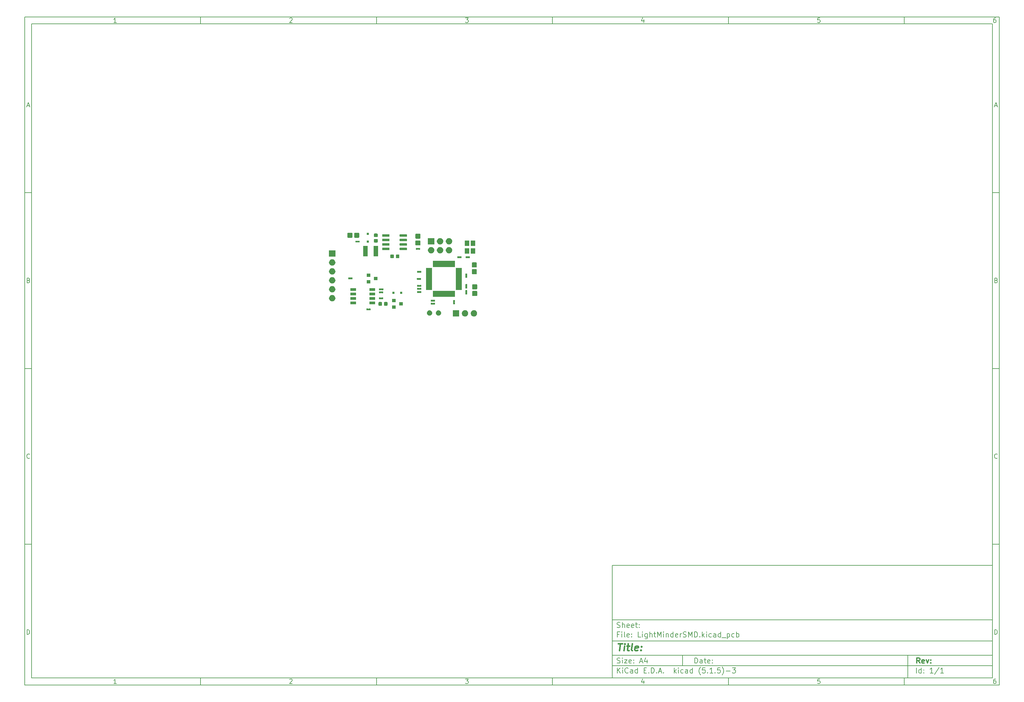
<source format=gbr>
G04 #@! TF.GenerationSoftware,KiCad,Pcbnew,(5.1.5)-3*
G04 #@! TF.CreationDate,2021-06-29T15:52:26+01:00*
G04 #@! TF.ProjectId,LightMinderSMD,4c696768-744d-4696-9e64-6572534d442e,rev?*
G04 #@! TF.SameCoordinates,Original*
G04 #@! TF.FileFunction,Soldermask,Top*
G04 #@! TF.FilePolarity,Negative*
%FSLAX46Y46*%
G04 Gerber Fmt 4.6, Leading zero omitted, Abs format (unit mm)*
G04 Created by KiCad (PCBNEW (5.1.5)-3) date 2021-06-29 15:52:26*
%MOMM*%
%LPD*%
G04 APERTURE LIST*
%ADD10C,0.100000*%
%ADD11C,0.150000*%
%ADD12C,0.300000*%
%ADD13C,0.400000*%
G04 APERTURE END LIST*
D10*
D11*
X177002200Y-166007200D02*
X177002200Y-198007200D01*
X285002200Y-198007200D01*
X285002200Y-166007200D01*
X177002200Y-166007200D01*
D10*
D11*
X10000000Y-10000000D02*
X10000000Y-200007200D01*
X287002200Y-200007200D01*
X287002200Y-10000000D01*
X10000000Y-10000000D01*
D10*
D11*
X12000000Y-12000000D02*
X12000000Y-198007200D01*
X285002200Y-198007200D01*
X285002200Y-12000000D01*
X12000000Y-12000000D01*
D10*
D11*
X60000000Y-12000000D02*
X60000000Y-10000000D01*
D10*
D11*
X110000000Y-12000000D02*
X110000000Y-10000000D01*
D10*
D11*
X160000000Y-12000000D02*
X160000000Y-10000000D01*
D10*
D11*
X210000000Y-12000000D02*
X210000000Y-10000000D01*
D10*
D11*
X260000000Y-12000000D02*
X260000000Y-10000000D01*
D10*
D11*
X36065476Y-11588095D02*
X35322619Y-11588095D01*
X35694047Y-11588095D02*
X35694047Y-10288095D01*
X35570238Y-10473809D01*
X35446428Y-10597619D01*
X35322619Y-10659523D01*
D10*
D11*
X85322619Y-10411904D02*
X85384523Y-10350000D01*
X85508333Y-10288095D01*
X85817857Y-10288095D01*
X85941666Y-10350000D01*
X86003571Y-10411904D01*
X86065476Y-10535714D01*
X86065476Y-10659523D01*
X86003571Y-10845238D01*
X85260714Y-11588095D01*
X86065476Y-11588095D01*
D10*
D11*
X135260714Y-10288095D02*
X136065476Y-10288095D01*
X135632142Y-10783333D01*
X135817857Y-10783333D01*
X135941666Y-10845238D01*
X136003571Y-10907142D01*
X136065476Y-11030952D01*
X136065476Y-11340476D01*
X136003571Y-11464285D01*
X135941666Y-11526190D01*
X135817857Y-11588095D01*
X135446428Y-11588095D01*
X135322619Y-11526190D01*
X135260714Y-11464285D01*
D10*
D11*
X185941666Y-10721428D02*
X185941666Y-11588095D01*
X185632142Y-10226190D02*
X185322619Y-11154761D01*
X186127380Y-11154761D01*
D10*
D11*
X236003571Y-10288095D02*
X235384523Y-10288095D01*
X235322619Y-10907142D01*
X235384523Y-10845238D01*
X235508333Y-10783333D01*
X235817857Y-10783333D01*
X235941666Y-10845238D01*
X236003571Y-10907142D01*
X236065476Y-11030952D01*
X236065476Y-11340476D01*
X236003571Y-11464285D01*
X235941666Y-11526190D01*
X235817857Y-11588095D01*
X235508333Y-11588095D01*
X235384523Y-11526190D01*
X235322619Y-11464285D01*
D10*
D11*
X285941666Y-10288095D02*
X285694047Y-10288095D01*
X285570238Y-10350000D01*
X285508333Y-10411904D01*
X285384523Y-10597619D01*
X285322619Y-10845238D01*
X285322619Y-11340476D01*
X285384523Y-11464285D01*
X285446428Y-11526190D01*
X285570238Y-11588095D01*
X285817857Y-11588095D01*
X285941666Y-11526190D01*
X286003571Y-11464285D01*
X286065476Y-11340476D01*
X286065476Y-11030952D01*
X286003571Y-10907142D01*
X285941666Y-10845238D01*
X285817857Y-10783333D01*
X285570238Y-10783333D01*
X285446428Y-10845238D01*
X285384523Y-10907142D01*
X285322619Y-11030952D01*
D10*
D11*
X60000000Y-198007200D02*
X60000000Y-200007200D01*
D10*
D11*
X110000000Y-198007200D02*
X110000000Y-200007200D01*
D10*
D11*
X160000000Y-198007200D02*
X160000000Y-200007200D01*
D10*
D11*
X210000000Y-198007200D02*
X210000000Y-200007200D01*
D10*
D11*
X260000000Y-198007200D02*
X260000000Y-200007200D01*
D10*
D11*
X36065476Y-199595295D02*
X35322619Y-199595295D01*
X35694047Y-199595295D02*
X35694047Y-198295295D01*
X35570238Y-198481009D01*
X35446428Y-198604819D01*
X35322619Y-198666723D01*
D10*
D11*
X85322619Y-198419104D02*
X85384523Y-198357200D01*
X85508333Y-198295295D01*
X85817857Y-198295295D01*
X85941666Y-198357200D01*
X86003571Y-198419104D01*
X86065476Y-198542914D01*
X86065476Y-198666723D01*
X86003571Y-198852438D01*
X85260714Y-199595295D01*
X86065476Y-199595295D01*
D10*
D11*
X135260714Y-198295295D02*
X136065476Y-198295295D01*
X135632142Y-198790533D01*
X135817857Y-198790533D01*
X135941666Y-198852438D01*
X136003571Y-198914342D01*
X136065476Y-199038152D01*
X136065476Y-199347676D01*
X136003571Y-199471485D01*
X135941666Y-199533390D01*
X135817857Y-199595295D01*
X135446428Y-199595295D01*
X135322619Y-199533390D01*
X135260714Y-199471485D01*
D10*
D11*
X185941666Y-198728628D02*
X185941666Y-199595295D01*
X185632142Y-198233390D02*
X185322619Y-199161961D01*
X186127380Y-199161961D01*
D10*
D11*
X236003571Y-198295295D02*
X235384523Y-198295295D01*
X235322619Y-198914342D01*
X235384523Y-198852438D01*
X235508333Y-198790533D01*
X235817857Y-198790533D01*
X235941666Y-198852438D01*
X236003571Y-198914342D01*
X236065476Y-199038152D01*
X236065476Y-199347676D01*
X236003571Y-199471485D01*
X235941666Y-199533390D01*
X235817857Y-199595295D01*
X235508333Y-199595295D01*
X235384523Y-199533390D01*
X235322619Y-199471485D01*
D10*
D11*
X285941666Y-198295295D02*
X285694047Y-198295295D01*
X285570238Y-198357200D01*
X285508333Y-198419104D01*
X285384523Y-198604819D01*
X285322619Y-198852438D01*
X285322619Y-199347676D01*
X285384523Y-199471485D01*
X285446428Y-199533390D01*
X285570238Y-199595295D01*
X285817857Y-199595295D01*
X285941666Y-199533390D01*
X286003571Y-199471485D01*
X286065476Y-199347676D01*
X286065476Y-199038152D01*
X286003571Y-198914342D01*
X285941666Y-198852438D01*
X285817857Y-198790533D01*
X285570238Y-198790533D01*
X285446428Y-198852438D01*
X285384523Y-198914342D01*
X285322619Y-199038152D01*
D10*
D11*
X10000000Y-60000000D02*
X12000000Y-60000000D01*
D10*
D11*
X10000000Y-110000000D02*
X12000000Y-110000000D01*
D10*
D11*
X10000000Y-160000000D02*
X12000000Y-160000000D01*
D10*
D11*
X10690476Y-35216666D02*
X11309523Y-35216666D01*
X10566666Y-35588095D02*
X11000000Y-34288095D01*
X11433333Y-35588095D01*
D10*
D11*
X11092857Y-84907142D02*
X11278571Y-84969047D01*
X11340476Y-85030952D01*
X11402380Y-85154761D01*
X11402380Y-85340476D01*
X11340476Y-85464285D01*
X11278571Y-85526190D01*
X11154761Y-85588095D01*
X10659523Y-85588095D01*
X10659523Y-84288095D01*
X11092857Y-84288095D01*
X11216666Y-84350000D01*
X11278571Y-84411904D01*
X11340476Y-84535714D01*
X11340476Y-84659523D01*
X11278571Y-84783333D01*
X11216666Y-84845238D01*
X11092857Y-84907142D01*
X10659523Y-84907142D01*
D10*
D11*
X11402380Y-135464285D02*
X11340476Y-135526190D01*
X11154761Y-135588095D01*
X11030952Y-135588095D01*
X10845238Y-135526190D01*
X10721428Y-135402380D01*
X10659523Y-135278571D01*
X10597619Y-135030952D01*
X10597619Y-134845238D01*
X10659523Y-134597619D01*
X10721428Y-134473809D01*
X10845238Y-134350000D01*
X11030952Y-134288095D01*
X11154761Y-134288095D01*
X11340476Y-134350000D01*
X11402380Y-134411904D01*
D10*
D11*
X10659523Y-185588095D02*
X10659523Y-184288095D01*
X10969047Y-184288095D01*
X11154761Y-184350000D01*
X11278571Y-184473809D01*
X11340476Y-184597619D01*
X11402380Y-184845238D01*
X11402380Y-185030952D01*
X11340476Y-185278571D01*
X11278571Y-185402380D01*
X11154761Y-185526190D01*
X10969047Y-185588095D01*
X10659523Y-185588095D01*
D10*
D11*
X287002200Y-60000000D02*
X285002200Y-60000000D01*
D10*
D11*
X287002200Y-110000000D02*
X285002200Y-110000000D01*
D10*
D11*
X287002200Y-160000000D02*
X285002200Y-160000000D01*
D10*
D11*
X285692676Y-35216666D02*
X286311723Y-35216666D01*
X285568866Y-35588095D02*
X286002200Y-34288095D01*
X286435533Y-35588095D01*
D10*
D11*
X286095057Y-84907142D02*
X286280771Y-84969047D01*
X286342676Y-85030952D01*
X286404580Y-85154761D01*
X286404580Y-85340476D01*
X286342676Y-85464285D01*
X286280771Y-85526190D01*
X286156961Y-85588095D01*
X285661723Y-85588095D01*
X285661723Y-84288095D01*
X286095057Y-84288095D01*
X286218866Y-84350000D01*
X286280771Y-84411904D01*
X286342676Y-84535714D01*
X286342676Y-84659523D01*
X286280771Y-84783333D01*
X286218866Y-84845238D01*
X286095057Y-84907142D01*
X285661723Y-84907142D01*
D10*
D11*
X286404580Y-135464285D02*
X286342676Y-135526190D01*
X286156961Y-135588095D01*
X286033152Y-135588095D01*
X285847438Y-135526190D01*
X285723628Y-135402380D01*
X285661723Y-135278571D01*
X285599819Y-135030952D01*
X285599819Y-134845238D01*
X285661723Y-134597619D01*
X285723628Y-134473809D01*
X285847438Y-134350000D01*
X286033152Y-134288095D01*
X286156961Y-134288095D01*
X286342676Y-134350000D01*
X286404580Y-134411904D01*
D10*
D11*
X285661723Y-185588095D02*
X285661723Y-184288095D01*
X285971247Y-184288095D01*
X286156961Y-184350000D01*
X286280771Y-184473809D01*
X286342676Y-184597619D01*
X286404580Y-184845238D01*
X286404580Y-185030952D01*
X286342676Y-185278571D01*
X286280771Y-185402380D01*
X286156961Y-185526190D01*
X285971247Y-185588095D01*
X285661723Y-185588095D01*
D10*
D11*
X200434342Y-193785771D02*
X200434342Y-192285771D01*
X200791485Y-192285771D01*
X201005771Y-192357200D01*
X201148628Y-192500057D01*
X201220057Y-192642914D01*
X201291485Y-192928628D01*
X201291485Y-193142914D01*
X201220057Y-193428628D01*
X201148628Y-193571485D01*
X201005771Y-193714342D01*
X200791485Y-193785771D01*
X200434342Y-193785771D01*
X202577200Y-193785771D02*
X202577200Y-193000057D01*
X202505771Y-192857200D01*
X202362914Y-192785771D01*
X202077200Y-192785771D01*
X201934342Y-192857200D01*
X202577200Y-193714342D02*
X202434342Y-193785771D01*
X202077200Y-193785771D01*
X201934342Y-193714342D01*
X201862914Y-193571485D01*
X201862914Y-193428628D01*
X201934342Y-193285771D01*
X202077200Y-193214342D01*
X202434342Y-193214342D01*
X202577200Y-193142914D01*
X203077200Y-192785771D02*
X203648628Y-192785771D01*
X203291485Y-192285771D02*
X203291485Y-193571485D01*
X203362914Y-193714342D01*
X203505771Y-193785771D01*
X203648628Y-193785771D01*
X204720057Y-193714342D02*
X204577200Y-193785771D01*
X204291485Y-193785771D01*
X204148628Y-193714342D01*
X204077200Y-193571485D01*
X204077200Y-193000057D01*
X204148628Y-192857200D01*
X204291485Y-192785771D01*
X204577200Y-192785771D01*
X204720057Y-192857200D01*
X204791485Y-193000057D01*
X204791485Y-193142914D01*
X204077200Y-193285771D01*
X205434342Y-193642914D02*
X205505771Y-193714342D01*
X205434342Y-193785771D01*
X205362914Y-193714342D01*
X205434342Y-193642914D01*
X205434342Y-193785771D01*
X205434342Y-192857200D02*
X205505771Y-192928628D01*
X205434342Y-193000057D01*
X205362914Y-192928628D01*
X205434342Y-192857200D01*
X205434342Y-193000057D01*
D10*
D11*
X177002200Y-194507200D02*
X285002200Y-194507200D01*
D10*
D11*
X178434342Y-196585771D02*
X178434342Y-195085771D01*
X179291485Y-196585771D02*
X178648628Y-195728628D01*
X179291485Y-195085771D02*
X178434342Y-195942914D01*
X179934342Y-196585771D02*
X179934342Y-195585771D01*
X179934342Y-195085771D02*
X179862914Y-195157200D01*
X179934342Y-195228628D01*
X180005771Y-195157200D01*
X179934342Y-195085771D01*
X179934342Y-195228628D01*
X181505771Y-196442914D02*
X181434342Y-196514342D01*
X181220057Y-196585771D01*
X181077200Y-196585771D01*
X180862914Y-196514342D01*
X180720057Y-196371485D01*
X180648628Y-196228628D01*
X180577200Y-195942914D01*
X180577200Y-195728628D01*
X180648628Y-195442914D01*
X180720057Y-195300057D01*
X180862914Y-195157200D01*
X181077200Y-195085771D01*
X181220057Y-195085771D01*
X181434342Y-195157200D01*
X181505771Y-195228628D01*
X182791485Y-196585771D02*
X182791485Y-195800057D01*
X182720057Y-195657200D01*
X182577200Y-195585771D01*
X182291485Y-195585771D01*
X182148628Y-195657200D01*
X182791485Y-196514342D02*
X182648628Y-196585771D01*
X182291485Y-196585771D01*
X182148628Y-196514342D01*
X182077200Y-196371485D01*
X182077200Y-196228628D01*
X182148628Y-196085771D01*
X182291485Y-196014342D01*
X182648628Y-196014342D01*
X182791485Y-195942914D01*
X184148628Y-196585771D02*
X184148628Y-195085771D01*
X184148628Y-196514342D02*
X184005771Y-196585771D01*
X183720057Y-196585771D01*
X183577200Y-196514342D01*
X183505771Y-196442914D01*
X183434342Y-196300057D01*
X183434342Y-195871485D01*
X183505771Y-195728628D01*
X183577200Y-195657200D01*
X183720057Y-195585771D01*
X184005771Y-195585771D01*
X184148628Y-195657200D01*
X186005771Y-195800057D02*
X186505771Y-195800057D01*
X186720057Y-196585771D02*
X186005771Y-196585771D01*
X186005771Y-195085771D01*
X186720057Y-195085771D01*
X187362914Y-196442914D02*
X187434342Y-196514342D01*
X187362914Y-196585771D01*
X187291485Y-196514342D01*
X187362914Y-196442914D01*
X187362914Y-196585771D01*
X188077200Y-196585771D02*
X188077200Y-195085771D01*
X188434342Y-195085771D01*
X188648628Y-195157200D01*
X188791485Y-195300057D01*
X188862914Y-195442914D01*
X188934342Y-195728628D01*
X188934342Y-195942914D01*
X188862914Y-196228628D01*
X188791485Y-196371485D01*
X188648628Y-196514342D01*
X188434342Y-196585771D01*
X188077200Y-196585771D01*
X189577200Y-196442914D02*
X189648628Y-196514342D01*
X189577200Y-196585771D01*
X189505771Y-196514342D01*
X189577200Y-196442914D01*
X189577200Y-196585771D01*
X190220057Y-196157200D02*
X190934342Y-196157200D01*
X190077200Y-196585771D02*
X190577200Y-195085771D01*
X191077200Y-196585771D01*
X191577200Y-196442914D02*
X191648628Y-196514342D01*
X191577200Y-196585771D01*
X191505771Y-196514342D01*
X191577200Y-196442914D01*
X191577200Y-196585771D01*
X194577200Y-196585771D02*
X194577200Y-195085771D01*
X194720057Y-196014342D02*
X195148628Y-196585771D01*
X195148628Y-195585771D02*
X194577200Y-196157200D01*
X195791485Y-196585771D02*
X195791485Y-195585771D01*
X195791485Y-195085771D02*
X195720057Y-195157200D01*
X195791485Y-195228628D01*
X195862914Y-195157200D01*
X195791485Y-195085771D01*
X195791485Y-195228628D01*
X197148628Y-196514342D02*
X197005771Y-196585771D01*
X196720057Y-196585771D01*
X196577200Y-196514342D01*
X196505771Y-196442914D01*
X196434342Y-196300057D01*
X196434342Y-195871485D01*
X196505771Y-195728628D01*
X196577200Y-195657200D01*
X196720057Y-195585771D01*
X197005771Y-195585771D01*
X197148628Y-195657200D01*
X198434342Y-196585771D02*
X198434342Y-195800057D01*
X198362914Y-195657200D01*
X198220057Y-195585771D01*
X197934342Y-195585771D01*
X197791485Y-195657200D01*
X198434342Y-196514342D02*
X198291485Y-196585771D01*
X197934342Y-196585771D01*
X197791485Y-196514342D01*
X197720057Y-196371485D01*
X197720057Y-196228628D01*
X197791485Y-196085771D01*
X197934342Y-196014342D01*
X198291485Y-196014342D01*
X198434342Y-195942914D01*
X199791485Y-196585771D02*
X199791485Y-195085771D01*
X199791485Y-196514342D02*
X199648628Y-196585771D01*
X199362914Y-196585771D01*
X199220057Y-196514342D01*
X199148628Y-196442914D01*
X199077200Y-196300057D01*
X199077200Y-195871485D01*
X199148628Y-195728628D01*
X199220057Y-195657200D01*
X199362914Y-195585771D01*
X199648628Y-195585771D01*
X199791485Y-195657200D01*
X202077200Y-197157200D02*
X202005771Y-197085771D01*
X201862914Y-196871485D01*
X201791485Y-196728628D01*
X201720057Y-196514342D01*
X201648628Y-196157200D01*
X201648628Y-195871485D01*
X201720057Y-195514342D01*
X201791485Y-195300057D01*
X201862914Y-195157200D01*
X202005771Y-194942914D01*
X202077200Y-194871485D01*
X203362914Y-195085771D02*
X202648628Y-195085771D01*
X202577200Y-195800057D01*
X202648628Y-195728628D01*
X202791485Y-195657200D01*
X203148628Y-195657200D01*
X203291485Y-195728628D01*
X203362914Y-195800057D01*
X203434342Y-195942914D01*
X203434342Y-196300057D01*
X203362914Y-196442914D01*
X203291485Y-196514342D01*
X203148628Y-196585771D01*
X202791485Y-196585771D01*
X202648628Y-196514342D01*
X202577200Y-196442914D01*
X204077200Y-196442914D02*
X204148628Y-196514342D01*
X204077200Y-196585771D01*
X204005771Y-196514342D01*
X204077200Y-196442914D01*
X204077200Y-196585771D01*
X205577200Y-196585771D02*
X204720057Y-196585771D01*
X205148628Y-196585771D02*
X205148628Y-195085771D01*
X205005771Y-195300057D01*
X204862914Y-195442914D01*
X204720057Y-195514342D01*
X206220057Y-196442914D02*
X206291485Y-196514342D01*
X206220057Y-196585771D01*
X206148628Y-196514342D01*
X206220057Y-196442914D01*
X206220057Y-196585771D01*
X207648628Y-195085771D02*
X206934342Y-195085771D01*
X206862914Y-195800057D01*
X206934342Y-195728628D01*
X207077200Y-195657200D01*
X207434342Y-195657200D01*
X207577200Y-195728628D01*
X207648628Y-195800057D01*
X207720057Y-195942914D01*
X207720057Y-196300057D01*
X207648628Y-196442914D01*
X207577200Y-196514342D01*
X207434342Y-196585771D01*
X207077200Y-196585771D01*
X206934342Y-196514342D01*
X206862914Y-196442914D01*
X208220057Y-197157200D02*
X208291485Y-197085771D01*
X208434342Y-196871485D01*
X208505771Y-196728628D01*
X208577200Y-196514342D01*
X208648628Y-196157200D01*
X208648628Y-195871485D01*
X208577200Y-195514342D01*
X208505771Y-195300057D01*
X208434342Y-195157200D01*
X208291485Y-194942914D01*
X208220057Y-194871485D01*
X209362914Y-196014342D02*
X210505771Y-196014342D01*
X211077200Y-195085771D02*
X212005771Y-195085771D01*
X211505771Y-195657200D01*
X211720057Y-195657200D01*
X211862914Y-195728628D01*
X211934342Y-195800057D01*
X212005771Y-195942914D01*
X212005771Y-196300057D01*
X211934342Y-196442914D01*
X211862914Y-196514342D01*
X211720057Y-196585771D01*
X211291485Y-196585771D01*
X211148628Y-196514342D01*
X211077200Y-196442914D01*
D10*
D11*
X177002200Y-191507200D02*
X285002200Y-191507200D01*
D10*
D12*
X264411485Y-193785771D02*
X263911485Y-193071485D01*
X263554342Y-193785771D02*
X263554342Y-192285771D01*
X264125771Y-192285771D01*
X264268628Y-192357200D01*
X264340057Y-192428628D01*
X264411485Y-192571485D01*
X264411485Y-192785771D01*
X264340057Y-192928628D01*
X264268628Y-193000057D01*
X264125771Y-193071485D01*
X263554342Y-193071485D01*
X265625771Y-193714342D02*
X265482914Y-193785771D01*
X265197200Y-193785771D01*
X265054342Y-193714342D01*
X264982914Y-193571485D01*
X264982914Y-193000057D01*
X265054342Y-192857200D01*
X265197200Y-192785771D01*
X265482914Y-192785771D01*
X265625771Y-192857200D01*
X265697200Y-193000057D01*
X265697200Y-193142914D01*
X264982914Y-193285771D01*
X266197200Y-192785771D02*
X266554342Y-193785771D01*
X266911485Y-192785771D01*
X267482914Y-193642914D02*
X267554342Y-193714342D01*
X267482914Y-193785771D01*
X267411485Y-193714342D01*
X267482914Y-193642914D01*
X267482914Y-193785771D01*
X267482914Y-192857200D02*
X267554342Y-192928628D01*
X267482914Y-193000057D01*
X267411485Y-192928628D01*
X267482914Y-192857200D01*
X267482914Y-193000057D01*
D10*
D11*
X178362914Y-193714342D02*
X178577200Y-193785771D01*
X178934342Y-193785771D01*
X179077200Y-193714342D01*
X179148628Y-193642914D01*
X179220057Y-193500057D01*
X179220057Y-193357200D01*
X179148628Y-193214342D01*
X179077200Y-193142914D01*
X178934342Y-193071485D01*
X178648628Y-193000057D01*
X178505771Y-192928628D01*
X178434342Y-192857200D01*
X178362914Y-192714342D01*
X178362914Y-192571485D01*
X178434342Y-192428628D01*
X178505771Y-192357200D01*
X178648628Y-192285771D01*
X179005771Y-192285771D01*
X179220057Y-192357200D01*
X179862914Y-193785771D02*
X179862914Y-192785771D01*
X179862914Y-192285771D02*
X179791485Y-192357200D01*
X179862914Y-192428628D01*
X179934342Y-192357200D01*
X179862914Y-192285771D01*
X179862914Y-192428628D01*
X180434342Y-192785771D02*
X181220057Y-192785771D01*
X180434342Y-193785771D01*
X181220057Y-193785771D01*
X182362914Y-193714342D02*
X182220057Y-193785771D01*
X181934342Y-193785771D01*
X181791485Y-193714342D01*
X181720057Y-193571485D01*
X181720057Y-193000057D01*
X181791485Y-192857200D01*
X181934342Y-192785771D01*
X182220057Y-192785771D01*
X182362914Y-192857200D01*
X182434342Y-193000057D01*
X182434342Y-193142914D01*
X181720057Y-193285771D01*
X183077200Y-193642914D02*
X183148628Y-193714342D01*
X183077200Y-193785771D01*
X183005771Y-193714342D01*
X183077200Y-193642914D01*
X183077200Y-193785771D01*
X183077200Y-192857200D02*
X183148628Y-192928628D01*
X183077200Y-193000057D01*
X183005771Y-192928628D01*
X183077200Y-192857200D01*
X183077200Y-193000057D01*
X184862914Y-193357200D02*
X185577200Y-193357200D01*
X184720057Y-193785771D02*
X185220057Y-192285771D01*
X185720057Y-193785771D01*
X186862914Y-192785771D02*
X186862914Y-193785771D01*
X186505771Y-192214342D02*
X186148628Y-193285771D01*
X187077200Y-193285771D01*
D10*
D11*
X263434342Y-196585771D02*
X263434342Y-195085771D01*
X264791485Y-196585771D02*
X264791485Y-195085771D01*
X264791485Y-196514342D02*
X264648628Y-196585771D01*
X264362914Y-196585771D01*
X264220057Y-196514342D01*
X264148628Y-196442914D01*
X264077200Y-196300057D01*
X264077200Y-195871485D01*
X264148628Y-195728628D01*
X264220057Y-195657200D01*
X264362914Y-195585771D01*
X264648628Y-195585771D01*
X264791485Y-195657200D01*
X265505771Y-196442914D02*
X265577200Y-196514342D01*
X265505771Y-196585771D01*
X265434342Y-196514342D01*
X265505771Y-196442914D01*
X265505771Y-196585771D01*
X265505771Y-195657200D02*
X265577200Y-195728628D01*
X265505771Y-195800057D01*
X265434342Y-195728628D01*
X265505771Y-195657200D01*
X265505771Y-195800057D01*
X268148628Y-196585771D02*
X267291485Y-196585771D01*
X267720057Y-196585771D02*
X267720057Y-195085771D01*
X267577200Y-195300057D01*
X267434342Y-195442914D01*
X267291485Y-195514342D01*
X269862914Y-195014342D02*
X268577200Y-196942914D01*
X271148628Y-196585771D02*
X270291485Y-196585771D01*
X270720057Y-196585771D02*
X270720057Y-195085771D01*
X270577200Y-195300057D01*
X270434342Y-195442914D01*
X270291485Y-195514342D01*
D10*
D11*
X177002200Y-187507200D02*
X285002200Y-187507200D01*
D10*
D13*
X178714580Y-188211961D02*
X179857438Y-188211961D01*
X179036009Y-190211961D02*
X179286009Y-188211961D01*
X180274104Y-190211961D02*
X180440771Y-188878628D01*
X180524104Y-188211961D02*
X180416961Y-188307200D01*
X180500295Y-188402438D01*
X180607438Y-188307200D01*
X180524104Y-188211961D01*
X180500295Y-188402438D01*
X181107438Y-188878628D02*
X181869342Y-188878628D01*
X181476485Y-188211961D02*
X181262200Y-189926247D01*
X181333628Y-190116723D01*
X181512200Y-190211961D01*
X181702676Y-190211961D01*
X182655057Y-190211961D02*
X182476485Y-190116723D01*
X182405057Y-189926247D01*
X182619342Y-188211961D01*
X184190771Y-190116723D02*
X183988390Y-190211961D01*
X183607438Y-190211961D01*
X183428866Y-190116723D01*
X183357438Y-189926247D01*
X183452676Y-189164342D01*
X183571723Y-188973866D01*
X183774104Y-188878628D01*
X184155057Y-188878628D01*
X184333628Y-188973866D01*
X184405057Y-189164342D01*
X184381247Y-189354819D01*
X183405057Y-189545295D01*
X185155057Y-190021485D02*
X185238390Y-190116723D01*
X185131247Y-190211961D01*
X185047914Y-190116723D01*
X185155057Y-190021485D01*
X185131247Y-190211961D01*
X185286009Y-188973866D02*
X185369342Y-189069104D01*
X185262200Y-189164342D01*
X185178866Y-189069104D01*
X185286009Y-188973866D01*
X185262200Y-189164342D01*
D10*
D11*
X178934342Y-185600057D02*
X178434342Y-185600057D01*
X178434342Y-186385771D02*
X178434342Y-184885771D01*
X179148628Y-184885771D01*
X179720057Y-186385771D02*
X179720057Y-185385771D01*
X179720057Y-184885771D02*
X179648628Y-184957200D01*
X179720057Y-185028628D01*
X179791485Y-184957200D01*
X179720057Y-184885771D01*
X179720057Y-185028628D01*
X180648628Y-186385771D02*
X180505771Y-186314342D01*
X180434342Y-186171485D01*
X180434342Y-184885771D01*
X181791485Y-186314342D02*
X181648628Y-186385771D01*
X181362914Y-186385771D01*
X181220057Y-186314342D01*
X181148628Y-186171485D01*
X181148628Y-185600057D01*
X181220057Y-185457200D01*
X181362914Y-185385771D01*
X181648628Y-185385771D01*
X181791485Y-185457200D01*
X181862914Y-185600057D01*
X181862914Y-185742914D01*
X181148628Y-185885771D01*
X182505771Y-186242914D02*
X182577200Y-186314342D01*
X182505771Y-186385771D01*
X182434342Y-186314342D01*
X182505771Y-186242914D01*
X182505771Y-186385771D01*
X182505771Y-185457200D02*
X182577200Y-185528628D01*
X182505771Y-185600057D01*
X182434342Y-185528628D01*
X182505771Y-185457200D01*
X182505771Y-185600057D01*
X185077200Y-186385771D02*
X184362914Y-186385771D01*
X184362914Y-184885771D01*
X185577200Y-186385771D02*
X185577200Y-185385771D01*
X185577200Y-184885771D02*
X185505771Y-184957200D01*
X185577200Y-185028628D01*
X185648628Y-184957200D01*
X185577200Y-184885771D01*
X185577200Y-185028628D01*
X186934342Y-185385771D02*
X186934342Y-186600057D01*
X186862914Y-186742914D01*
X186791485Y-186814342D01*
X186648628Y-186885771D01*
X186434342Y-186885771D01*
X186291485Y-186814342D01*
X186934342Y-186314342D02*
X186791485Y-186385771D01*
X186505771Y-186385771D01*
X186362914Y-186314342D01*
X186291485Y-186242914D01*
X186220057Y-186100057D01*
X186220057Y-185671485D01*
X186291485Y-185528628D01*
X186362914Y-185457200D01*
X186505771Y-185385771D01*
X186791485Y-185385771D01*
X186934342Y-185457200D01*
X187648628Y-186385771D02*
X187648628Y-184885771D01*
X188291485Y-186385771D02*
X188291485Y-185600057D01*
X188220057Y-185457200D01*
X188077200Y-185385771D01*
X187862914Y-185385771D01*
X187720057Y-185457200D01*
X187648628Y-185528628D01*
X188791485Y-185385771D02*
X189362914Y-185385771D01*
X189005771Y-184885771D02*
X189005771Y-186171485D01*
X189077200Y-186314342D01*
X189220057Y-186385771D01*
X189362914Y-186385771D01*
X189862914Y-186385771D02*
X189862914Y-184885771D01*
X190362914Y-185957200D01*
X190862914Y-184885771D01*
X190862914Y-186385771D01*
X191577200Y-186385771D02*
X191577200Y-185385771D01*
X191577200Y-184885771D02*
X191505771Y-184957200D01*
X191577200Y-185028628D01*
X191648628Y-184957200D01*
X191577200Y-184885771D01*
X191577200Y-185028628D01*
X192291485Y-185385771D02*
X192291485Y-186385771D01*
X192291485Y-185528628D02*
X192362914Y-185457200D01*
X192505771Y-185385771D01*
X192720057Y-185385771D01*
X192862914Y-185457200D01*
X192934342Y-185600057D01*
X192934342Y-186385771D01*
X194291485Y-186385771D02*
X194291485Y-184885771D01*
X194291485Y-186314342D02*
X194148628Y-186385771D01*
X193862914Y-186385771D01*
X193720057Y-186314342D01*
X193648628Y-186242914D01*
X193577200Y-186100057D01*
X193577200Y-185671485D01*
X193648628Y-185528628D01*
X193720057Y-185457200D01*
X193862914Y-185385771D01*
X194148628Y-185385771D01*
X194291485Y-185457200D01*
X195577200Y-186314342D02*
X195434342Y-186385771D01*
X195148628Y-186385771D01*
X195005771Y-186314342D01*
X194934342Y-186171485D01*
X194934342Y-185600057D01*
X195005771Y-185457200D01*
X195148628Y-185385771D01*
X195434342Y-185385771D01*
X195577200Y-185457200D01*
X195648628Y-185600057D01*
X195648628Y-185742914D01*
X194934342Y-185885771D01*
X196291485Y-186385771D02*
X196291485Y-185385771D01*
X196291485Y-185671485D02*
X196362914Y-185528628D01*
X196434342Y-185457200D01*
X196577200Y-185385771D01*
X196720057Y-185385771D01*
X197148628Y-186314342D02*
X197362914Y-186385771D01*
X197720057Y-186385771D01*
X197862914Y-186314342D01*
X197934342Y-186242914D01*
X198005771Y-186100057D01*
X198005771Y-185957200D01*
X197934342Y-185814342D01*
X197862914Y-185742914D01*
X197720057Y-185671485D01*
X197434342Y-185600057D01*
X197291485Y-185528628D01*
X197220057Y-185457200D01*
X197148628Y-185314342D01*
X197148628Y-185171485D01*
X197220057Y-185028628D01*
X197291485Y-184957200D01*
X197434342Y-184885771D01*
X197791485Y-184885771D01*
X198005771Y-184957200D01*
X198648628Y-186385771D02*
X198648628Y-184885771D01*
X199148628Y-185957200D01*
X199648628Y-184885771D01*
X199648628Y-186385771D01*
X200362914Y-186385771D02*
X200362914Y-184885771D01*
X200720057Y-184885771D01*
X200934342Y-184957200D01*
X201077200Y-185100057D01*
X201148628Y-185242914D01*
X201220057Y-185528628D01*
X201220057Y-185742914D01*
X201148628Y-186028628D01*
X201077200Y-186171485D01*
X200934342Y-186314342D01*
X200720057Y-186385771D01*
X200362914Y-186385771D01*
X201862914Y-186242914D02*
X201934342Y-186314342D01*
X201862914Y-186385771D01*
X201791485Y-186314342D01*
X201862914Y-186242914D01*
X201862914Y-186385771D01*
X202577200Y-186385771D02*
X202577200Y-184885771D01*
X202720057Y-185814342D02*
X203148628Y-186385771D01*
X203148628Y-185385771D02*
X202577200Y-185957200D01*
X203791485Y-186385771D02*
X203791485Y-185385771D01*
X203791485Y-184885771D02*
X203720057Y-184957200D01*
X203791485Y-185028628D01*
X203862914Y-184957200D01*
X203791485Y-184885771D01*
X203791485Y-185028628D01*
X205148628Y-186314342D02*
X205005771Y-186385771D01*
X204720057Y-186385771D01*
X204577200Y-186314342D01*
X204505771Y-186242914D01*
X204434342Y-186100057D01*
X204434342Y-185671485D01*
X204505771Y-185528628D01*
X204577200Y-185457200D01*
X204720057Y-185385771D01*
X205005771Y-185385771D01*
X205148628Y-185457200D01*
X206434342Y-186385771D02*
X206434342Y-185600057D01*
X206362914Y-185457200D01*
X206220057Y-185385771D01*
X205934342Y-185385771D01*
X205791485Y-185457200D01*
X206434342Y-186314342D02*
X206291485Y-186385771D01*
X205934342Y-186385771D01*
X205791485Y-186314342D01*
X205720057Y-186171485D01*
X205720057Y-186028628D01*
X205791485Y-185885771D01*
X205934342Y-185814342D01*
X206291485Y-185814342D01*
X206434342Y-185742914D01*
X207791485Y-186385771D02*
X207791485Y-184885771D01*
X207791485Y-186314342D02*
X207648628Y-186385771D01*
X207362914Y-186385771D01*
X207220057Y-186314342D01*
X207148628Y-186242914D01*
X207077200Y-186100057D01*
X207077200Y-185671485D01*
X207148628Y-185528628D01*
X207220057Y-185457200D01*
X207362914Y-185385771D01*
X207648628Y-185385771D01*
X207791485Y-185457200D01*
X208148628Y-186528628D02*
X209291485Y-186528628D01*
X209648628Y-185385771D02*
X209648628Y-186885771D01*
X209648628Y-185457200D02*
X209791485Y-185385771D01*
X210077200Y-185385771D01*
X210220057Y-185457200D01*
X210291485Y-185528628D01*
X210362914Y-185671485D01*
X210362914Y-186100057D01*
X210291485Y-186242914D01*
X210220057Y-186314342D01*
X210077200Y-186385771D01*
X209791485Y-186385771D01*
X209648628Y-186314342D01*
X211648628Y-186314342D02*
X211505771Y-186385771D01*
X211220057Y-186385771D01*
X211077200Y-186314342D01*
X211005771Y-186242914D01*
X210934342Y-186100057D01*
X210934342Y-185671485D01*
X211005771Y-185528628D01*
X211077200Y-185457200D01*
X211220057Y-185385771D01*
X211505771Y-185385771D01*
X211648628Y-185457200D01*
X212291485Y-186385771D02*
X212291485Y-184885771D01*
X212291485Y-185457200D02*
X212434342Y-185385771D01*
X212720057Y-185385771D01*
X212862914Y-185457200D01*
X212934342Y-185528628D01*
X213005771Y-185671485D01*
X213005771Y-186100057D01*
X212934342Y-186242914D01*
X212862914Y-186314342D01*
X212720057Y-186385771D01*
X212434342Y-186385771D01*
X212291485Y-186314342D01*
D10*
D11*
X177002200Y-181507200D02*
X285002200Y-181507200D01*
D10*
D11*
X178362914Y-183614342D02*
X178577200Y-183685771D01*
X178934342Y-183685771D01*
X179077200Y-183614342D01*
X179148628Y-183542914D01*
X179220057Y-183400057D01*
X179220057Y-183257200D01*
X179148628Y-183114342D01*
X179077200Y-183042914D01*
X178934342Y-182971485D01*
X178648628Y-182900057D01*
X178505771Y-182828628D01*
X178434342Y-182757200D01*
X178362914Y-182614342D01*
X178362914Y-182471485D01*
X178434342Y-182328628D01*
X178505771Y-182257200D01*
X178648628Y-182185771D01*
X179005771Y-182185771D01*
X179220057Y-182257200D01*
X179862914Y-183685771D02*
X179862914Y-182185771D01*
X180505771Y-183685771D02*
X180505771Y-182900057D01*
X180434342Y-182757200D01*
X180291485Y-182685771D01*
X180077200Y-182685771D01*
X179934342Y-182757200D01*
X179862914Y-182828628D01*
X181791485Y-183614342D02*
X181648628Y-183685771D01*
X181362914Y-183685771D01*
X181220057Y-183614342D01*
X181148628Y-183471485D01*
X181148628Y-182900057D01*
X181220057Y-182757200D01*
X181362914Y-182685771D01*
X181648628Y-182685771D01*
X181791485Y-182757200D01*
X181862914Y-182900057D01*
X181862914Y-183042914D01*
X181148628Y-183185771D01*
X183077200Y-183614342D02*
X182934342Y-183685771D01*
X182648628Y-183685771D01*
X182505771Y-183614342D01*
X182434342Y-183471485D01*
X182434342Y-182900057D01*
X182505771Y-182757200D01*
X182648628Y-182685771D01*
X182934342Y-182685771D01*
X183077200Y-182757200D01*
X183148628Y-182900057D01*
X183148628Y-183042914D01*
X182434342Y-183185771D01*
X183577200Y-182685771D02*
X184148628Y-182685771D01*
X183791485Y-182185771D02*
X183791485Y-183471485D01*
X183862914Y-183614342D01*
X184005771Y-183685771D01*
X184148628Y-183685771D01*
X184648628Y-183542914D02*
X184720057Y-183614342D01*
X184648628Y-183685771D01*
X184577200Y-183614342D01*
X184648628Y-183542914D01*
X184648628Y-183685771D01*
X184648628Y-182757200D02*
X184720057Y-182828628D01*
X184648628Y-182900057D01*
X184577200Y-182828628D01*
X184648628Y-182757200D01*
X184648628Y-182900057D01*
D10*
D11*
X197002200Y-191507200D02*
X197002200Y-194507200D01*
D10*
D11*
X261002200Y-191507200D02*
X261002200Y-198007200D01*
D10*
G36*
X137793512Y-93403927D02*
G01*
X137942812Y-93433624D01*
X138106784Y-93501544D01*
X138254354Y-93600147D01*
X138379853Y-93725646D01*
X138478456Y-93873216D01*
X138546376Y-94037188D01*
X138581000Y-94211259D01*
X138581000Y-94388741D01*
X138546376Y-94562812D01*
X138478456Y-94726784D01*
X138379853Y-94874354D01*
X138254354Y-94999853D01*
X138106784Y-95098456D01*
X137942812Y-95166376D01*
X137793512Y-95196073D01*
X137768742Y-95201000D01*
X137591258Y-95201000D01*
X137566488Y-95196073D01*
X137417188Y-95166376D01*
X137253216Y-95098456D01*
X137105646Y-94999853D01*
X136980147Y-94874354D01*
X136881544Y-94726784D01*
X136813624Y-94562812D01*
X136779000Y-94388741D01*
X136779000Y-94211259D01*
X136813624Y-94037188D01*
X136881544Y-93873216D01*
X136980147Y-93725646D01*
X137105646Y-93600147D01*
X137253216Y-93501544D01*
X137417188Y-93433624D01*
X137566488Y-93403927D01*
X137591258Y-93399000D01*
X137768742Y-93399000D01*
X137793512Y-93403927D01*
G37*
G36*
X135253512Y-93403927D02*
G01*
X135402812Y-93433624D01*
X135566784Y-93501544D01*
X135714354Y-93600147D01*
X135839853Y-93725646D01*
X135938456Y-93873216D01*
X136006376Y-94037188D01*
X136041000Y-94211259D01*
X136041000Y-94388741D01*
X136006376Y-94562812D01*
X135938456Y-94726784D01*
X135839853Y-94874354D01*
X135714354Y-94999853D01*
X135566784Y-95098456D01*
X135402812Y-95166376D01*
X135253512Y-95196073D01*
X135228742Y-95201000D01*
X135051258Y-95201000D01*
X135026488Y-95196073D01*
X134877188Y-95166376D01*
X134713216Y-95098456D01*
X134565646Y-94999853D01*
X134440147Y-94874354D01*
X134341544Y-94726784D01*
X134273624Y-94562812D01*
X134239000Y-94388741D01*
X134239000Y-94211259D01*
X134273624Y-94037188D01*
X134341544Y-93873216D01*
X134440147Y-93725646D01*
X134565646Y-93600147D01*
X134713216Y-93501544D01*
X134877188Y-93433624D01*
X135026488Y-93403927D01*
X135051258Y-93399000D01*
X135228742Y-93399000D01*
X135253512Y-93403927D01*
G37*
G36*
X133501000Y-95201000D02*
G01*
X131699000Y-95201000D01*
X131699000Y-93399000D01*
X133501000Y-93399000D01*
X133501000Y-95201000D01*
G37*
G36*
X127819059Y-93477860D02*
G01*
X127955732Y-93534472D01*
X128078735Y-93616660D01*
X128183340Y-93721265D01*
X128265528Y-93844268D01*
X128322140Y-93980941D01*
X128351000Y-94126033D01*
X128351000Y-94273967D01*
X128322140Y-94419059D01*
X128265528Y-94555732D01*
X128183340Y-94678735D01*
X128078735Y-94783340D01*
X127955732Y-94865528D01*
X127955731Y-94865529D01*
X127955730Y-94865529D01*
X127819059Y-94922140D01*
X127673968Y-94951000D01*
X127526032Y-94951000D01*
X127380941Y-94922140D01*
X127244270Y-94865529D01*
X127244269Y-94865529D01*
X127244268Y-94865528D01*
X127121265Y-94783340D01*
X127016660Y-94678735D01*
X126934472Y-94555732D01*
X126877860Y-94419059D01*
X126849000Y-94273967D01*
X126849000Y-94126033D01*
X126877860Y-93980941D01*
X126934472Y-93844268D01*
X127016660Y-93721265D01*
X127121265Y-93616660D01*
X127244268Y-93534472D01*
X127380941Y-93477860D01*
X127526032Y-93449000D01*
X127673968Y-93449000D01*
X127819059Y-93477860D01*
G37*
G36*
X125279059Y-93477860D02*
G01*
X125415732Y-93534472D01*
X125538735Y-93616660D01*
X125643340Y-93721265D01*
X125725528Y-93844268D01*
X125782140Y-93980941D01*
X125811000Y-94126033D01*
X125811000Y-94273967D01*
X125782140Y-94419059D01*
X125725528Y-94555732D01*
X125643340Y-94678735D01*
X125538735Y-94783340D01*
X125415732Y-94865528D01*
X125415731Y-94865529D01*
X125415730Y-94865529D01*
X125279059Y-94922140D01*
X125133968Y-94951000D01*
X124986032Y-94951000D01*
X124840941Y-94922140D01*
X124704270Y-94865529D01*
X124704269Y-94865529D01*
X124704268Y-94865528D01*
X124581265Y-94783340D01*
X124476660Y-94678735D01*
X124394472Y-94555732D01*
X124337860Y-94419059D01*
X124309000Y-94273967D01*
X124309000Y-94126033D01*
X124337860Y-93980941D01*
X124394472Y-93844268D01*
X124476660Y-93721265D01*
X124581265Y-93616660D01*
X124704268Y-93534472D01*
X124840941Y-93477860D01*
X124986032Y-93449000D01*
X125133968Y-93449000D01*
X125279059Y-93477860D01*
G37*
G36*
X107610170Y-92950803D02*
G01*
X107621877Y-92954355D01*
X107641077Y-92964617D01*
X107663716Y-92973994D01*
X107687749Y-92978774D01*
X107712253Y-92978774D01*
X107736286Y-92973993D01*
X107758923Y-92964617D01*
X107778123Y-92954355D01*
X107789830Y-92950803D01*
X107808138Y-92949000D01*
X108231862Y-92949000D01*
X108250170Y-92950803D01*
X108261875Y-92954354D01*
X108272665Y-92960121D01*
X108282119Y-92967881D01*
X108289879Y-92977335D01*
X108295646Y-92988125D01*
X108299197Y-92999830D01*
X108301000Y-93018138D01*
X108301000Y-93381862D01*
X108299197Y-93400170D01*
X108295646Y-93411875D01*
X108289879Y-93422665D01*
X108282119Y-93432119D01*
X108272665Y-93439879D01*
X108261875Y-93445646D01*
X108250170Y-93449197D01*
X108231862Y-93451000D01*
X107808138Y-93451000D01*
X107789830Y-93449197D01*
X107778123Y-93445645D01*
X107758923Y-93435383D01*
X107736284Y-93426006D01*
X107712251Y-93421226D01*
X107687747Y-93421226D01*
X107663714Y-93426007D01*
X107641077Y-93435383D01*
X107621877Y-93445645D01*
X107610170Y-93449197D01*
X107591862Y-93451000D01*
X107168138Y-93451000D01*
X107149830Y-93449197D01*
X107138125Y-93445646D01*
X107127335Y-93439879D01*
X107117881Y-93432119D01*
X107110121Y-93422665D01*
X107104354Y-93411875D01*
X107100803Y-93400170D01*
X107099000Y-93381862D01*
X107099000Y-93018138D01*
X107100803Y-92999830D01*
X107104354Y-92988125D01*
X107110121Y-92977335D01*
X107117881Y-92967881D01*
X107127335Y-92960121D01*
X107138125Y-92954354D01*
X107149830Y-92950803D01*
X107168138Y-92949000D01*
X107591862Y-92949000D01*
X107610170Y-92950803D01*
G37*
G36*
X115451000Y-93001000D02*
G01*
X114449000Y-93001000D01*
X114449000Y-92099000D01*
X115451000Y-92099000D01*
X115451000Y-93001000D01*
G37*
G36*
X111392091Y-91078085D02*
G01*
X111426069Y-91088393D01*
X111457390Y-91105134D01*
X111484839Y-91127661D01*
X111507366Y-91155110D01*
X111524107Y-91186431D01*
X111534415Y-91220409D01*
X111538500Y-91261890D01*
X111538500Y-91938110D01*
X111534415Y-91979591D01*
X111524107Y-92013569D01*
X111507366Y-92044890D01*
X111484839Y-92072339D01*
X111457390Y-92094866D01*
X111426069Y-92111607D01*
X111392091Y-92121915D01*
X111350610Y-92126000D01*
X110749390Y-92126000D01*
X110707909Y-92121915D01*
X110673931Y-92111607D01*
X110642610Y-92094866D01*
X110615161Y-92072339D01*
X110592634Y-92044890D01*
X110575893Y-92013569D01*
X110565585Y-91979591D01*
X110561500Y-91938110D01*
X110561500Y-91261890D01*
X110565585Y-91220409D01*
X110575893Y-91186431D01*
X110592634Y-91155110D01*
X110615161Y-91127661D01*
X110642610Y-91105134D01*
X110673931Y-91088393D01*
X110707909Y-91078085D01*
X110749390Y-91074000D01*
X111350610Y-91074000D01*
X111392091Y-91078085D01*
G37*
G36*
X112967091Y-91078085D02*
G01*
X113001069Y-91088393D01*
X113032390Y-91105134D01*
X113059839Y-91127661D01*
X113082366Y-91155110D01*
X113099107Y-91186431D01*
X113109415Y-91220409D01*
X113113500Y-91261890D01*
X113113500Y-91938110D01*
X113109415Y-91979591D01*
X113099107Y-92013569D01*
X113082366Y-92044890D01*
X113059839Y-92072339D01*
X113032390Y-92094866D01*
X113001069Y-92111607D01*
X112967091Y-92121915D01*
X112925610Y-92126000D01*
X112324390Y-92126000D01*
X112282909Y-92121915D01*
X112248931Y-92111607D01*
X112217610Y-92094866D01*
X112190161Y-92072339D01*
X112167634Y-92044890D01*
X112150893Y-92013569D01*
X112140585Y-91979591D01*
X112136500Y-91938110D01*
X112136500Y-91261890D01*
X112140585Y-91220409D01*
X112150893Y-91186431D01*
X112167634Y-91155110D01*
X112190161Y-91127661D01*
X112217610Y-91105134D01*
X112248931Y-91088393D01*
X112282909Y-91078085D01*
X112324390Y-91074000D01*
X112925610Y-91074000D01*
X112967091Y-91078085D01*
G37*
G36*
X117451000Y-92051000D02*
G01*
X116449000Y-92051000D01*
X116449000Y-91149000D01*
X117451000Y-91149000D01*
X117451000Y-92051000D01*
G37*
G36*
X125915170Y-91325803D02*
G01*
X125926877Y-91329355D01*
X125946077Y-91339617D01*
X125968716Y-91348994D01*
X125992749Y-91353774D01*
X126017253Y-91353774D01*
X126041286Y-91348993D01*
X126063923Y-91339617D01*
X126083123Y-91329355D01*
X126094830Y-91325803D01*
X126113138Y-91324000D01*
X126536862Y-91324000D01*
X126555170Y-91325803D01*
X126566875Y-91329354D01*
X126577665Y-91335121D01*
X126587119Y-91342881D01*
X126594879Y-91352335D01*
X126600646Y-91363125D01*
X126604197Y-91374830D01*
X126606000Y-91393138D01*
X126606000Y-91756862D01*
X126604197Y-91775170D01*
X126600646Y-91786875D01*
X126594879Y-91797665D01*
X126587119Y-91807119D01*
X126577665Y-91814879D01*
X126566875Y-91820646D01*
X126555170Y-91824197D01*
X126536862Y-91826000D01*
X126113138Y-91826000D01*
X126094830Y-91824197D01*
X126083123Y-91820645D01*
X126063923Y-91810383D01*
X126041284Y-91801006D01*
X126017251Y-91796226D01*
X125992747Y-91796226D01*
X125968714Y-91801007D01*
X125946077Y-91810383D01*
X125926877Y-91820645D01*
X125915170Y-91824197D01*
X125896862Y-91826000D01*
X125473138Y-91826000D01*
X125454830Y-91824197D01*
X125443125Y-91820646D01*
X125432335Y-91814879D01*
X125422881Y-91807119D01*
X125415121Y-91797665D01*
X125409354Y-91786875D01*
X125405803Y-91775170D01*
X125404000Y-91756862D01*
X125404000Y-91393138D01*
X125405803Y-91374830D01*
X125409354Y-91363125D01*
X125415121Y-91352335D01*
X125422881Y-91342881D01*
X125432335Y-91335121D01*
X125443125Y-91329354D01*
X125454830Y-91325803D01*
X125473138Y-91324000D01*
X125896862Y-91324000D01*
X125915170Y-91325803D01*
G37*
G36*
X132200170Y-90500803D02*
G01*
X132211875Y-90504354D01*
X132222665Y-90510121D01*
X132232119Y-90517881D01*
X132239879Y-90527335D01*
X132245646Y-90538125D01*
X132249197Y-90549830D01*
X132251000Y-90568138D01*
X132251000Y-90991862D01*
X132249197Y-91010170D01*
X132245645Y-91021877D01*
X132235383Y-91041077D01*
X132226006Y-91063716D01*
X132221226Y-91087749D01*
X132221226Y-91112253D01*
X132226007Y-91136286D01*
X132235383Y-91158923D01*
X132245645Y-91178123D01*
X132249197Y-91189830D01*
X132251000Y-91208138D01*
X132251000Y-91631862D01*
X132249197Y-91650170D01*
X132245646Y-91661875D01*
X132239879Y-91672665D01*
X132232119Y-91682119D01*
X132222665Y-91689879D01*
X132211875Y-91695646D01*
X132200170Y-91699197D01*
X132181862Y-91701000D01*
X131818138Y-91701000D01*
X131799830Y-91699197D01*
X131788125Y-91695646D01*
X131777335Y-91689879D01*
X131767881Y-91682119D01*
X131760121Y-91672665D01*
X131754354Y-91661875D01*
X131750803Y-91650170D01*
X131749000Y-91631862D01*
X131749000Y-91208138D01*
X131750803Y-91189830D01*
X131754355Y-91178123D01*
X131764617Y-91158923D01*
X131773994Y-91136284D01*
X131778774Y-91112251D01*
X131778774Y-91087747D01*
X131773993Y-91063714D01*
X131764617Y-91041077D01*
X131754355Y-91021877D01*
X131750803Y-91010170D01*
X131749000Y-90991862D01*
X131749000Y-90568138D01*
X131750803Y-90549830D01*
X131754354Y-90538125D01*
X131760121Y-90527335D01*
X131767881Y-90517881D01*
X131777335Y-90510121D01*
X131788125Y-90504354D01*
X131799830Y-90500803D01*
X131818138Y-90499000D01*
X132181862Y-90499000D01*
X132200170Y-90500803D01*
G37*
G36*
X104201500Y-91681000D02*
G01*
X102574500Y-91681000D01*
X102574500Y-90929000D01*
X104201500Y-90929000D01*
X104201500Y-91681000D01*
G37*
G36*
X109625500Y-91681000D02*
G01*
X107998500Y-91681000D01*
X107998500Y-90929000D01*
X109625500Y-90929000D01*
X109625500Y-91681000D01*
G37*
G36*
X115451000Y-91101000D02*
G01*
X114449000Y-91101000D01*
X114449000Y-90199000D01*
X115451000Y-90199000D01*
X115451000Y-91101000D01*
G37*
G36*
X125910170Y-90450803D02*
G01*
X125921877Y-90454355D01*
X125941077Y-90464617D01*
X125963716Y-90473994D01*
X125987749Y-90478774D01*
X126012253Y-90478774D01*
X126036286Y-90473993D01*
X126058923Y-90464617D01*
X126078123Y-90454355D01*
X126089830Y-90450803D01*
X126108138Y-90449000D01*
X126531862Y-90449000D01*
X126550170Y-90450803D01*
X126561875Y-90454354D01*
X126572665Y-90460121D01*
X126582119Y-90467881D01*
X126589879Y-90477335D01*
X126595646Y-90488125D01*
X126599197Y-90499830D01*
X126601000Y-90518138D01*
X126601000Y-90881862D01*
X126599197Y-90900170D01*
X126595646Y-90911875D01*
X126589879Y-90922665D01*
X126582119Y-90932119D01*
X126572665Y-90939879D01*
X126561875Y-90945646D01*
X126550170Y-90949197D01*
X126531862Y-90951000D01*
X126108138Y-90951000D01*
X126089830Y-90949197D01*
X126078123Y-90945645D01*
X126058923Y-90935383D01*
X126036284Y-90926006D01*
X126012251Y-90921226D01*
X125987747Y-90921226D01*
X125963714Y-90926007D01*
X125941077Y-90935383D01*
X125921877Y-90945645D01*
X125910170Y-90949197D01*
X125891862Y-90951000D01*
X125468138Y-90951000D01*
X125449830Y-90949197D01*
X125438125Y-90945646D01*
X125427335Y-90939879D01*
X125417881Y-90932119D01*
X125410121Y-90922665D01*
X125404354Y-90911875D01*
X125400803Y-90900170D01*
X125399000Y-90881862D01*
X125399000Y-90518138D01*
X125400803Y-90499830D01*
X125404354Y-90488125D01*
X125410121Y-90477335D01*
X125417881Y-90467881D01*
X125427335Y-90460121D01*
X125438125Y-90454354D01*
X125449830Y-90450803D01*
X125468138Y-90449000D01*
X125891862Y-90449000D01*
X125910170Y-90450803D01*
G37*
G36*
X97513512Y-89103927D02*
G01*
X97662812Y-89133624D01*
X97826784Y-89201544D01*
X97974354Y-89300147D01*
X98099853Y-89425646D01*
X98198456Y-89573216D01*
X98266376Y-89737188D01*
X98301000Y-89911259D01*
X98301000Y-90088741D01*
X98266376Y-90262812D01*
X98198456Y-90426784D01*
X98099853Y-90574354D01*
X97974354Y-90699853D01*
X97826784Y-90798456D01*
X97662812Y-90866376D01*
X97513512Y-90896073D01*
X97488742Y-90901000D01*
X97311258Y-90901000D01*
X97286488Y-90896073D01*
X97137188Y-90866376D01*
X96973216Y-90798456D01*
X96825646Y-90699853D01*
X96700147Y-90574354D01*
X96601544Y-90426784D01*
X96533624Y-90262812D01*
X96499000Y-90088741D01*
X96499000Y-89911259D01*
X96533624Y-89737188D01*
X96601544Y-89573216D01*
X96700147Y-89425646D01*
X96825646Y-89300147D01*
X96973216Y-89201544D01*
X97137188Y-89133624D01*
X97286488Y-89103927D01*
X97311258Y-89099000D01*
X97488742Y-89099000D01*
X97513512Y-89103927D01*
G37*
G36*
X109625500Y-90411000D02*
G01*
X107998500Y-90411000D01*
X107998500Y-89659000D01*
X109625500Y-89659000D01*
X109625500Y-90411000D01*
G37*
G36*
X104201500Y-90411000D02*
G01*
X102574500Y-90411000D01*
X102574500Y-89659000D01*
X104201500Y-89659000D01*
X104201500Y-90411000D01*
G37*
G36*
X111210170Y-89800803D02*
G01*
X111221877Y-89804355D01*
X111241077Y-89814617D01*
X111263716Y-89823994D01*
X111287749Y-89828774D01*
X111312253Y-89828774D01*
X111336286Y-89823993D01*
X111358923Y-89814617D01*
X111378123Y-89804355D01*
X111389830Y-89800803D01*
X111408138Y-89799000D01*
X111831862Y-89799000D01*
X111850170Y-89800803D01*
X111861875Y-89804354D01*
X111872665Y-89810121D01*
X111882119Y-89817881D01*
X111889879Y-89827335D01*
X111895646Y-89838125D01*
X111899197Y-89849830D01*
X111901000Y-89868138D01*
X111901000Y-90231862D01*
X111899197Y-90250170D01*
X111895646Y-90261875D01*
X111889879Y-90272665D01*
X111882119Y-90282119D01*
X111872665Y-90289879D01*
X111861875Y-90295646D01*
X111850170Y-90299197D01*
X111831862Y-90301000D01*
X111408138Y-90301000D01*
X111389830Y-90299197D01*
X111378123Y-90295645D01*
X111358923Y-90285383D01*
X111336284Y-90276006D01*
X111312251Y-90271226D01*
X111287747Y-90271226D01*
X111263714Y-90276007D01*
X111241077Y-90285383D01*
X111221877Y-90295645D01*
X111210170Y-90299197D01*
X111191862Y-90301000D01*
X110768138Y-90301000D01*
X110749830Y-90299197D01*
X110738125Y-90295646D01*
X110727335Y-90289879D01*
X110717881Y-90282119D01*
X110710121Y-90272665D01*
X110704354Y-90261875D01*
X110700803Y-90250170D01*
X110699000Y-90231862D01*
X110699000Y-89868138D01*
X110700803Y-89849830D01*
X110704354Y-89838125D01*
X110710121Y-89827335D01*
X110717881Y-89817881D01*
X110727335Y-89810121D01*
X110738125Y-89804354D01*
X110749830Y-89800803D01*
X110768138Y-89799000D01*
X111191862Y-89799000D01*
X111210170Y-89800803D01*
G37*
G36*
X132292000Y-89605000D02*
G01*
X126040000Y-89605000D01*
X126040000Y-87903000D01*
X132292000Y-87903000D01*
X132292000Y-89605000D01*
G37*
G36*
X138445781Y-87953295D02*
G01*
X138481816Y-87964227D01*
X138515024Y-87981977D01*
X138544134Y-88005866D01*
X138568023Y-88034976D01*
X138585773Y-88068184D01*
X138596705Y-88104219D01*
X138601000Y-88147831D01*
X138601000Y-89177169D01*
X138596705Y-89220781D01*
X138585773Y-89256816D01*
X138568023Y-89290024D01*
X138544134Y-89319134D01*
X138515024Y-89343023D01*
X138481816Y-89360773D01*
X138445781Y-89371705D01*
X138402169Y-89376000D01*
X137397831Y-89376000D01*
X137354219Y-89371705D01*
X137318184Y-89360773D01*
X137284976Y-89343023D01*
X137255866Y-89319134D01*
X137231977Y-89290024D01*
X137214227Y-89256816D01*
X137203295Y-89220781D01*
X137199000Y-89177169D01*
X137199000Y-88147831D01*
X137203295Y-88104219D01*
X137214227Y-88068184D01*
X137231977Y-88034976D01*
X137255866Y-88005866D01*
X137284976Y-87981977D01*
X137318184Y-87964227D01*
X137354219Y-87953295D01*
X137397831Y-87949000D01*
X138402169Y-87949000D01*
X138445781Y-87953295D01*
G37*
G36*
X104201500Y-89141000D02*
G01*
X102574500Y-89141000D01*
X102574500Y-88389000D01*
X104201500Y-88389000D01*
X104201500Y-89141000D01*
G37*
G36*
X109625500Y-89141000D02*
G01*
X107998500Y-89141000D01*
X107998500Y-88389000D01*
X109625500Y-88389000D01*
X109625500Y-89141000D01*
G37*
G36*
X135700170Y-87700803D02*
G01*
X135711875Y-87704354D01*
X135722665Y-87710121D01*
X135732119Y-87717881D01*
X135739879Y-87727335D01*
X135745646Y-87738125D01*
X135749197Y-87749830D01*
X135751000Y-87768138D01*
X135751000Y-88191862D01*
X135749197Y-88210170D01*
X135745645Y-88221877D01*
X135735383Y-88241077D01*
X135726006Y-88263716D01*
X135721226Y-88287749D01*
X135721226Y-88312253D01*
X135726007Y-88336286D01*
X135735383Y-88358923D01*
X135745645Y-88378123D01*
X135749197Y-88389830D01*
X135751000Y-88408138D01*
X135751000Y-88831862D01*
X135749197Y-88850170D01*
X135745646Y-88861875D01*
X135739879Y-88872665D01*
X135732119Y-88882119D01*
X135722665Y-88889879D01*
X135711875Y-88895646D01*
X135700170Y-88899197D01*
X135681862Y-88901000D01*
X135318138Y-88901000D01*
X135299830Y-88899197D01*
X135288125Y-88895646D01*
X135277335Y-88889879D01*
X135267881Y-88882119D01*
X135260121Y-88872665D01*
X135254354Y-88861875D01*
X135250803Y-88850170D01*
X135249000Y-88831862D01*
X135249000Y-88408138D01*
X135250803Y-88389830D01*
X135254355Y-88378123D01*
X135264617Y-88358923D01*
X135273994Y-88336284D01*
X135278774Y-88312251D01*
X135278774Y-88287747D01*
X135273993Y-88263714D01*
X135264617Y-88241077D01*
X135254355Y-88221877D01*
X135250803Y-88210170D01*
X135249000Y-88191862D01*
X135249000Y-87768138D01*
X135250803Y-87749830D01*
X135254354Y-87738125D01*
X135260121Y-87727335D01*
X135267881Y-87717881D01*
X135277335Y-87710121D01*
X135288125Y-87704354D01*
X135299830Y-87700803D01*
X135318138Y-87699000D01*
X135681862Y-87699000D01*
X135700170Y-87700803D01*
G37*
G36*
X115101000Y-88801000D02*
G01*
X114499000Y-88801000D01*
X114499000Y-88199000D01*
X115101000Y-88199000D01*
X115101000Y-88801000D01*
G37*
G36*
X117301000Y-88801000D02*
G01*
X116699000Y-88801000D01*
X116699000Y-88199000D01*
X117301000Y-88199000D01*
X117301000Y-88801000D01*
G37*
G36*
X111210170Y-88050803D02*
G01*
X111221877Y-88054355D01*
X111241077Y-88064617D01*
X111263716Y-88073994D01*
X111287749Y-88078774D01*
X111312253Y-88078774D01*
X111336286Y-88073993D01*
X111358923Y-88064617D01*
X111378123Y-88054355D01*
X111389830Y-88050803D01*
X111408138Y-88049000D01*
X111831862Y-88049000D01*
X111850170Y-88050803D01*
X111861875Y-88054354D01*
X111872665Y-88060121D01*
X111882119Y-88067881D01*
X111889879Y-88077335D01*
X111895646Y-88088125D01*
X111899197Y-88099830D01*
X111901000Y-88118138D01*
X111901000Y-88481862D01*
X111899197Y-88500170D01*
X111895646Y-88511875D01*
X111889879Y-88522665D01*
X111882119Y-88532119D01*
X111872665Y-88539879D01*
X111861875Y-88545646D01*
X111850170Y-88549197D01*
X111831862Y-88551000D01*
X111408138Y-88551000D01*
X111389830Y-88549197D01*
X111378123Y-88545645D01*
X111358923Y-88535383D01*
X111336284Y-88526006D01*
X111312251Y-88521226D01*
X111287747Y-88521226D01*
X111263714Y-88526007D01*
X111241077Y-88535383D01*
X111221877Y-88545645D01*
X111210170Y-88549197D01*
X111191862Y-88551000D01*
X110768138Y-88551000D01*
X110749830Y-88549197D01*
X110738125Y-88545646D01*
X110727335Y-88539879D01*
X110717881Y-88532119D01*
X110710121Y-88522665D01*
X110704354Y-88511875D01*
X110700803Y-88500170D01*
X110699000Y-88481862D01*
X110699000Y-88118138D01*
X110700803Y-88099830D01*
X110704354Y-88088125D01*
X110710121Y-88077335D01*
X110717881Y-88067881D01*
X110727335Y-88060121D01*
X110738125Y-88054354D01*
X110749830Y-88050803D01*
X110768138Y-88049000D01*
X111191862Y-88049000D01*
X111210170Y-88050803D01*
G37*
G36*
X122030170Y-88000803D02*
G01*
X122041877Y-88004355D01*
X122061077Y-88014617D01*
X122083716Y-88023994D01*
X122107749Y-88028774D01*
X122132253Y-88028774D01*
X122156286Y-88023993D01*
X122178923Y-88014617D01*
X122198123Y-88004355D01*
X122209830Y-88000803D01*
X122228138Y-87999000D01*
X122651862Y-87999000D01*
X122670170Y-88000803D01*
X122681875Y-88004354D01*
X122692665Y-88010121D01*
X122702119Y-88017881D01*
X122709879Y-88027335D01*
X122715646Y-88038125D01*
X122719197Y-88049830D01*
X122721000Y-88068138D01*
X122721000Y-88431862D01*
X122719197Y-88450170D01*
X122715646Y-88461875D01*
X122709879Y-88472665D01*
X122702119Y-88482119D01*
X122692665Y-88489879D01*
X122681875Y-88495646D01*
X122670170Y-88499197D01*
X122651862Y-88501000D01*
X122228138Y-88501000D01*
X122209830Y-88499197D01*
X122198123Y-88495645D01*
X122178923Y-88485383D01*
X122156284Y-88476006D01*
X122132251Y-88471226D01*
X122107747Y-88471226D01*
X122083714Y-88476007D01*
X122061077Y-88485383D01*
X122041877Y-88495645D01*
X122030170Y-88499197D01*
X122011862Y-88501000D01*
X121588138Y-88501000D01*
X121569830Y-88499197D01*
X121558125Y-88495646D01*
X121547335Y-88489879D01*
X121537881Y-88482119D01*
X121530121Y-88472665D01*
X121524354Y-88461875D01*
X121520803Y-88450170D01*
X121519000Y-88431862D01*
X121519000Y-88068138D01*
X121520803Y-88049830D01*
X121524354Y-88038125D01*
X121530121Y-88027335D01*
X121537881Y-88017881D01*
X121547335Y-88010121D01*
X121558125Y-88004354D01*
X121569830Y-88000803D01*
X121588138Y-87999000D01*
X122011862Y-87999000D01*
X122030170Y-88000803D01*
G37*
G36*
X97512451Y-86563716D02*
G01*
X97662812Y-86593624D01*
X97826784Y-86661544D01*
X97974354Y-86760147D01*
X98099853Y-86885646D01*
X98198456Y-87033216D01*
X98266376Y-87197188D01*
X98301000Y-87371259D01*
X98301000Y-87548741D01*
X98266376Y-87722812D01*
X98198456Y-87886784D01*
X98099853Y-88034354D01*
X97974354Y-88159853D01*
X97826784Y-88258456D01*
X97662812Y-88326376D01*
X97513512Y-88356073D01*
X97488742Y-88361000D01*
X97311258Y-88361000D01*
X97286488Y-88356073D01*
X97137188Y-88326376D01*
X96973216Y-88258456D01*
X96825646Y-88159853D01*
X96700147Y-88034354D01*
X96601544Y-87886784D01*
X96533624Y-87722812D01*
X96499000Y-87548741D01*
X96499000Y-87371259D01*
X96533624Y-87197188D01*
X96601544Y-87033216D01*
X96700147Y-86885646D01*
X96825646Y-86760147D01*
X96973216Y-86661544D01*
X97137188Y-86593624D01*
X97287549Y-86563716D01*
X97311258Y-86559000D01*
X97488742Y-86559000D01*
X97512451Y-86563716D01*
G37*
G36*
X104201500Y-87871000D02*
G01*
X102574500Y-87871000D01*
X102574500Y-87119000D01*
X104201500Y-87119000D01*
X104201500Y-87871000D01*
G37*
G36*
X109625500Y-87871000D02*
G01*
X107998500Y-87871000D01*
X107998500Y-87119000D01*
X109625500Y-87119000D01*
X109625500Y-87871000D01*
G37*
G36*
X111230170Y-87200803D02*
G01*
X111241877Y-87204355D01*
X111261077Y-87214617D01*
X111283716Y-87223994D01*
X111307749Y-87228774D01*
X111332253Y-87228774D01*
X111356286Y-87223993D01*
X111378923Y-87214617D01*
X111398123Y-87204355D01*
X111409830Y-87200803D01*
X111428138Y-87199000D01*
X111851862Y-87199000D01*
X111870170Y-87200803D01*
X111881875Y-87204354D01*
X111892665Y-87210121D01*
X111902119Y-87217881D01*
X111909879Y-87227335D01*
X111915646Y-87238125D01*
X111919197Y-87249830D01*
X111921000Y-87268138D01*
X111921000Y-87631862D01*
X111919197Y-87650170D01*
X111915646Y-87661875D01*
X111909879Y-87672665D01*
X111902119Y-87682119D01*
X111892665Y-87689879D01*
X111881875Y-87695646D01*
X111870170Y-87699197D01*
X111851862Y-87701000D01*
X111428138Y-87701000D01*
X111409830Y-87699197D01*
X111398123Y-87695645D01*
X111378923Y-87685383D01*
X111356284Y-87676006D01*
X111332251Y-87671226D01*
X111307747Y-87671226D01*
X111283714Y-87676007D01*
X111261077Y-87685383D01*
X111241877Y-87695645D01*
X111230170Y-87699197D01*
X111211862Y-87701000D01*
X110788138Y-87701000D01*
X110769830Y-87699197D01*
X110758125Y-87695646D01*
X110747335Y-87689879D01*
X110737881Y-87682119D01*
X110730121Y-87672665D01*
X110724354Y-87661875D01*
X110720803Y-87650170D01*
X110719000Y-87631862D01*
X110719000Y-87268138D01*
X110720803Y-87249830D01*
X110724354Y-87238125D01*
X110730121Y-87227335D01*
X110737881Y-87217881D01*
X110747335Y-87210121D01*
X110758125Y-87204354D01*
X110769830Y-87200803D01*
X110788138Y-87199000D01*
X111211862Y-87199000D01*
X111230170Y-87200803D01*
G37*
G36*
X134267000Y-87630000D02*
G01*
X132565000Y-87630000D01*
X132565000Y-81378000D01*
X134267000Y-81378000D01*
X134267000Y-87630000D01*
G37*
G36*
X125767000Y-87630000D02*
G01*
X124065000Y-87630000D01*
X124065000Y-81378000D01*
X125767000Y-81378000D01*
X125767000Y-87630000D01*
G37*
G36*
X122030170Y-87100803D02*
G01*
X122041877Y-87104355D01*
X122061077Y-87114617D01*
X122083716Y-87123994D01*
X122107749Y-87128774D01*
X122132253Y-87128774D01*
X122156286Y-87123993D01*
X122178923Y-87114617D01*
X122198123Y-87104355D01*
X122209830Y-87100803D01*
X122228138Y-87099000D01*
X122651862Y-87099000D01*
X122670170Y-87100803D01*
X122681875Y-87104354D01*
X122692665Y-87110121D01*
X122702119Y-87117881D01*
X122709879Y-87127335D01*
X122715646Y-87138125D01*
X122719197Y-87149830D01*
X122721000Y-87168138D01*
X122721000Y-87531862D01*
X122719197Y-87550170D01*
X122715646Y-87561875D01*
X122709879Y-87572665D01*
X122702119Y-87582119D01*
X122692665Y-87589879D01*
X122681875Y-87595646D01*
X122670170Y-87599197D01*
X122651862Y-87601000D01*
X122228138Y-87601000D01*
X122209830Y-87599197D01*
X122198123Y-87595645D01*
X122178923Y-87585383D01*
X122156284Y-87576006D01*
X122132251Y-87571226D01*
X122107747Y-87571226D01*
X122083714Y-87576007D01*
X122061077Y-87585383D01*
X122041877Y-87595645D01*
X122030170Y-87599197D01*
X122011862Y-87601000D01*
X121588138Y-87601000D01*
X121569830Y-87599197D01*
X121558125Y-87595646D01*
X121547335Y-87589879D01*
X121537881Y-87582119D01*
X121530121Y-87572665D01*
X121524354Y-87561875D01*
X121520803Y-87550170D01*
X121519000Y-87531862D01*
X121519000Y-87168138D01*
X121520803Y-87149830D01*
X121524354Y-87138125D01*
X121530121Y-87127335D01*
X121537881Y-87117881D01*
X121547335Y-87110121D01*
X121558125Y-87104354D01*
X121569830Y-87100803D01*
X121588138Y-87099000D01*
X122011862Y-87099000D01*
X122030170Y-87100803D01*
G37*
G36*
X138445781Y-86028295D02*
G01*
X138481816Y-86039227D01*
X138515024Y-86056977D01*
X138544134Y-86080866D01*
X138568023Y-86109976D01*
X138585773Y-86143184D01*
X138596705Y-86179219D01*
X138601000Y-86222831D01*
X138601000Y-87252169D01*
X138596705Y-87295781D01*
X138585773Y-87331816D01*
X138568023Y-87365024D01*
X138544134Y-87394134D01*
X138515024Y-87418023D01*
X138481816Y-87435773D01*
X138445781Y-87446705D01*
X138402169Y-87451000D01*
X137397831Y-87451000D01*
X137354219Y-87446705D01*
X137318184Y-87435773D01*
X137284976Y-87418023D01*
X137255866Y-87394134D01*
X137231977Y-87365024D01*
X137214227Y-87331816D01*
X137203295Y-87295781D01*
X137199000Y-87252169D01*
X137199000Y-86222831D01*
X137203295Y-86179219D01*
X137214227Y-86143184D01*
X137231977Y-86109976D01*
X137255866Y-86080866D01*
X137284976Y-86056977D01*
X137318184Y-86039227D01*
X137354219Y-86028295D01*
X137397831Y-86024000D01*
X138402169Y-86024000D01*
X138445781Y-86028295D01*
G37*
G36*
X135700170Y-86000803D02*
G01*
X135711875Y-86004354D01*
X135722665Y-86010121D01*
X135732119Y-86017881D01*
X135739879Y-86027335D01*
X135745646Y-86038125D01*
X135749197Y-86049830D01*
X135751000Y-86068138D01*
X135751000Y-86491862D01*
X135749197Y-86510170D01*
X135745645Y-86521877D01*
X135735383Y-86541077D01*
X135726006Y-86563716D01*
X135721226Y-86587749D01*
X135721226Y-86612253D01*
X135726007Y-86636286D01*
X135735383Y-86658923D01*
X135745645Y-86678123D01*
X135749197Y-86689830D01*
X135751000Y-86708138D01*
X135751000Y-87131862D01*
X135749197Y-87150170D01*
X135745646Y-87161875D01*
X135739879Y-87172665D01*
X135732119Y-87182119D01*
X135722665Y-87189879D01*
X135711875Y-87195646D01*
X135700170Y-87199197D01*
X135681862Y-87201000D01*
X135318138Y-87201000D01*
X135299830Y-87199197D01*
X135288125Y-87195646D01*
X135277335Y-87189879D01*
X135267881Y-87182119D01*
X135260121Y-87172665D01*
X135254354Y-87161875D01*
X135250803Y-87150170D01*
X135249000Y-87131862D01*
X135249000Y-86708138D01*
X135250803Y-86689830D01*
X135254355Y-86678123D01*
X135264617Y-86658923D01*
X135273994Y-86636284D01*
X135278774Y-86612251D01*
X135278774Y-86587747D01*
X135273993Y-86563714D01*
X135264617Y-86541077D01*
X135254355Y-86521877D01*
X135250803Y-86510170D01*
X135249000Y-86491862D01*
X135249000Y-86068138D01*
X135250803Y-86049830D01*
X135254354Y-86038125D01*
X135260121Y-86027335D01*
X135267881Y-86017881D01*
X135277335Y-86010121D01*
X135288125Y-86004354D01*
X135299830Y-86000803D01*
X135318138Y-85999000D01*
X135681862Y-85999000D01*
X135700170Y-86000803D01*
G37*
G36*
X122010170Y-86250803D02*
G01*
X122021877Y-86254355D01*
X122041077Y-86264617D01*
X122063716Y-86273994D01*
X122087749Y-86278774D01*
X122112253Y-86278774D01*
X122136286Y-86273993D01*
X122158923Y-86264617D01*
X122178123Y-86254355D01*
X122189830Y-86250803D01*
X122208138Y-86249000D01*
X122631862Y-86249000D01*
X122650170Y-86250803D01*
X122661875Y-86254354D01*
X122672665Y-86260121D01*
X122682119Y-86267881D01*
X122689879Y-86277335D01*
X122695646Y-86288125D01*
X122699197Y-86299830D01*
X122701000Y-86318138D01*
X122701000Y-86681862D01*
X122699197Y-86700170D01*
X122695646Y-86711875D01*
X122689879Y-86722665D01*
X122682119Y-86732119D01*
X122672665Y-86739879D01*
X122661875Y-86745646D01*
X122650170Y-86749197D01*
X122631862Y-86751000D01*
X122208138Y-86751000D01*
X122189830Y-86749197D01*
X122178123Y-86745645D01*
X122158923Y-86735383D01*
X122136284Y-86726006D01*
X122112251Y-86721226D01*
X122087747Y-86721226D01*
X122063714Y-86726007D01*
X122041077Y-86735383D01*
X122021877Y-86745645D01*
X122010170Y-86749197D01*
X121991862Y-86751000D01*
X121568138Y-86751000D01*
X121549830Y-86749197D01*
X121538125Y-86745646D01*
X121527335Y-86739879D01*
X121517881Y-86732119D01*
X121510121Y-86722665D01*
X121504354Y-86711875D01*
X121500803Y-86700170D01*
X121499000Y-86681862D01*
X121499000Y-86318138D01*
X121500803Y-86299830D01*
X121504354Y-86288125D01*
X121510121Y-86277335D01*
X121517881Y-86267881D01*
X121527335Y-86260121D01*
X121538125Y-86254354D01*
X121549830Y-86250803D01*
X121568138Y-86249000D01*
X121991862Y-86249000D01*
X122010170Y-86250803D01*
G37*
G36*
X97513512Y-84023927D02*
G01*
X97662812Y-84053624D01*
X97826784Y-84121544D01*
X97974354Y-84220147D01*
X98099853Y-84345646D01*
X98198456Y-84493216D01*
X98266376Y-84657188D01*
X98301000Y-84831259D01*
X98301000Y-85008741D01*
X98266376Y-85182812D01*
X98198456Y-85346784D01*
X98099853Y-85494354D01*
X97974354Y-85619853D01*
X97826784Y-85718456D01*
X97662812Y-85786376D01*
X97513512Y-85816073D01*
X97488742Y-85821000D01*
X97311258Y-85821000D01*
X97286488Y-85816073D01*
X97137188Y-85786376D01*
X96973216Y-85718456D01*
X96825646Y-85619853D01*
X96700147Y-85494354D01*
X96601544Y-85346784D01*
X96533624Y-85182812D01*
X96499000Y-85008741D01*
X96499000Y-84831259D01*
X96533624Y-84657188D01*
X96601544Y-84493216D01*
X96700147Y-84345646D01*
X96825646Y-84220147D01*
X96973216Y-84121544D01*
X97137188Y-84053624D01*
X97286488Y-84023927D01*
X97311258Y-84019000D01*
X97488742Y-84019000D01*
X97513512Y-84023927D01*
G37*
G36*
X108251000Y-85801000D02*
G01*
X107249000Y-85801000D01*
X107249000Y-84899000D01*
X108251000Y-84899000D01*
X108251000Y-85801000D01*
G37*
G36*
X110251000Y-84851000D02*
G01*
X109249000Y-84851000D01*
X109249000Y-83949000D01*
X110251000Y-83949000D01*
X110251000Y-84851000D01*
G37*
G36*
X121980170Y-84250803D02*
G01*
X121991877Y-84254355D01*
X122011077Y-84264617D01*
X122033716Y-84273994D01*
X122057749Y-84278774D01*
X122082253Y-84278774D01*
X122106286Y-84273993D01*
X122128923Y-84264617D01*
X122148123Y-84254355D01*
X122159830Y-84250803D01*
X122178138Y-84249000D01*
X122601862Y-84249000D01*
X122620170Y-84250803D01*
X122631875Y-84254354D01*
X122642665Y-84260121D01*
X122652119Y-84267881D01*
X122659879Y-84277335D01*
X122665646Y-84288125D01*
X122669197Y-84299830D01*
X122671000Y-84318138D01*
X122671000Y-84681862D01*
X122669197Y-84700170D01*
X122665646Y-84711875D01*
X122659879Y-84722665D01*
X122652119Y-84732119D01*
X122642665Y-84739879D01*
X122631875Y-84745646D01*
X122620170Y-84749197D01*
X122601862Y-84751000D01*
X122178138Y-84751000D01*
X122159830Y-84749197D01*
X122148123Y-84745645D01*
X122128923Y-84735383D01*
X122106284Y-84726006D01*
X122082251Y-84721226D01*
X122057747Y-84721226D01*
X122033714Y-84726007D01*
X122011077Y-84735383D01*
X121991877Y-84745645D01*
X121980170Y-84749197D01*
X121961862Y-84751000D01*
X121538138Y-84751000D01*
X121519830Y-84749197D01*
X121508125Y-84745646D01*
X121497335Y-84739879D01*
X121487881Y-84732119D01*
X121480121Y-84722665D01*
X121474354Y-84711875D01*
X121470803Y-84700170D01*
X121469000Y-84681862D01*
X121469000Y-84318138D01*
X121470803Y-84299830D01*
X121474354Y-84288125D01*
X121480121Y-84277335D01*
X121487881Y-84267881D01*
X121497335Y-84260121D01*
X121508125Y-84254354D01*
X121519830Y-84250803D01*
X121538138Y-84249000D01*
X121961862Y-84249000D01*
X121980170Y-84250803D01*
G37*
G36*
X102505170Y-84100803D02*
G01*
X102516877Y-84104355D01*
X102536077Y-84114617D01*
X102558716Y-84123994D01*
X102582749Y-84128774D01*
X102607253Y-84128774D01*
X102631286Y-84123993D01*
X102653923Y-84114617D01*
X102673123Y-84104355D01*
X102684830Y-84100803D01*
X102703138Y-84099000D01*
X103126862Y-84099000D01*
X103145170Y-84100803D01*
X103156875Y-84104354D01*
X103167665Y-84110121D01*
X103177119Y-84117881D01*
X103184879Y-84127335D01*
X103190646Y-84138125D01*
X103194197Y-84149830D01*
X103196000Y-84168138D01*
X103196000Y-84531862D01*
X103194197Y-84550170D01*
X103190646Y-84561875D01*
X103184879Y-84572665D01*
X103177119Y-84582119D01*
X103167665Y-84589879D01*
X103156875Y-84595646D01*
X103145170Y-84599197D01*
X103126862Y-84601000D01*
X102703138Y-84601000D01*
X102684830Y-84599197D01*
X102673123Y-84595645D01*
X102653923Y-84585383D01*
X102631284Y-84576006D01*
X102607251Y-84571226D01*
X102582747Y-84571226D01*
X102558714Y-84576007D01*
X102536077Y-84585383D01*
X102516877Y-84595645D01*
X102505170Y-84599197D01*
X102486862Y-84601000D01*
X102063138Y-84601000D01*
X102044830Y-84599197D01*
X102033125Y-84595646D01*
X102022335Y-84589879D01*
X102012881Y-84582119D01*
X102005121Y-84572665D01*
X101999354Y-84561875D01*
X101995803Y-84550170D01*
X101994000Y-84531862D01*
X101994000Y-84168138D01*
X101995803Y-84149830D01*
X101999354Y-84138125D01*
X102005121Y-84127335D01*
X102012881Y-84117881D01*
X102022335Y-84110121D01*
X102033125Y-84104354D01*
X102044830Y-84100803D01*
X102063138Y-84099000D01*
X102486862Y-84099000D01*
X102505170Y-84100803D01*
G37*
G36*
X135700170Y-82980803D02*
G01*
X135711875Y-82984354D01*
X135722665Y-82990121D01*
X135732119Y-82997881D01*
X135739879Y-83007335D01*
X135745646Y-83018125D01*
X135749197Y-83029830D01*
X135751000Y-83048138D01*
X135751000Y-83471862D01*
X135749197Y-83490170D01*
X135745645Y-83501877D01*
X135735383Y-83521077D01*
X135726006Y-83543716D01*
X135721226Y-83567749D01*
X135721226Y-83592253D01*
X135726007Y-83616286D01*
X135735383Y-83638923D01*
X135745645Y-83658123D01*
X135749197Y-83669830D01*
X135751000Y-83688138D01*
X135751000Y-84111862D01*
X135749197Y-84130170D01*
X135745646Y-84141875D01*
X135739879Y-84152665D01*
X135732119Y-84162119D01*
X135722665Y-84169879D01*
X135711875Y-84175646D01*
X135700170Y-84179197D01*
X135681862Y-84181000D01*
X135318138Y-84181000D01*
X135299830Y-84179197D01*
X135288125Y-84175646D01*
X135277335Y-84169879D01*
X135267881Y-84162119D01*
X135260121Y-84152665D01*
X135254354Y-84141875D01*
X135250803Y-84130170D01*
X135249000Y-84111862D01*
X135249000Y-83688138D01*
X135250803Y-83669830D01*
X135254355Y-83658123D01*
X135264617Y-83638923D01*
X135273994Y-83616284D01*
X135278774Y-83592251D01*
X135278774Y-83567747D01*
X135273993Y-83543714D01*
X135264617Y-83521077D01*
X135254355Y-83501877D01*
X135250803Y-83490170D01*
X135249000Y-83471862D01*
X135249000Y-83048138D01*
X135250803Y-83029830D01*
X135254354Y-83018125D01*
X135260121Y-83007335D01*
X135267881Y-82997881D01*
X135277335Y-82990121D01*
X135288125Y-82984354D01*
X135299830Y-82980803D01*
X135318138Y-82979000D01*
X135681862Y-82979000D01*
X135700170Y-82980803D01*
G37*
G36*
X108251000Y-83901000D02*
G01*
X107249000Y-83901000D01*
X107249000Y-82999000D01*
X108251000Y-82999000D01*
X108251000Y-83901000D01*
G37*
G36*
X97513512Y-81483927D02*
G01*
X97662812Y-81513624D01*
X97826784Y-81581544D01*
X97974354Y-81680147D01*
X98099853Y-81805646D01*
X98198456Y-81953216D01*
X98266376Y-82117188D01*
X98294806Y-82260121D01*
X98298231Y-82277335D01*
X98301000Y-82291259D01*
X98301000Y-82468741D01*
X98266376Y-82642812D01*
X98198456Y-82806784D01*
X98099853Y-82954354D01*
X97974354Y-83079853D01*
X97826784Y-83178456D01*
X97662812Y-83246376D01*
X97513512Y-83276073D01*
X97488742Y-83281000D01*
X97311258Y-83281000D01*
X97286488Y-83276073D01*
X97137188Y-83246376D01*
X96973216Y-83178456D01*
X96825646Y-83079853D01*
X96700147Y-82954354D01*
X96601544Y-82806784D01*
X96533624Y-82642812D01*
X96499000Y-82468741D01*
X96499000Y-82291259D01*
X96501770Y-82277335D01*
X96505194Y-82260121D01*
X96533624Y-82117188D01*
X96601544Y-81953216D01*
X96700147Y-81805646D01*
X96825646Y-81680147D01*
X96973216Y-81581544D01*
X97137188Y-81513624D01*
X97286488Y-81483927D01*
X97311258Y-81479000D01*
X97488742Y-81479000D01*
X97513512Y-81483927D01*
G37*
G36*
X138345781Y-81753295D02*
G01*
X138381816Y-81764227D01*
X138415024Y-81781977D01*
X138444134Y-81805866D01*
X138468023Y-81834976D01*
X138485773Y-81868184D01*
X138496705Y-81904219D01*
X138501000Y-81947831D01*
X138501000Y-82977169D01*
X138496705Y-83020781D01*
X138485773Y-83056816D01*
X138468023Y-83090024D01*
X138444134Y-83119134D01*
X138415024Y-83143023D01*
X138381816Y-83160773D01*
X138345781Y-83171705D01*
X138302169Y-83176000D01*
X137297831Y-83176000D01*
X137254219Y-83171705D01*
X137218184Y-83160773D01*
X137184976Y-83143023D01*
X137155866Y-83119134D01*
X137131977Y-83090024D01*
X137114227Y-83056816D01*
X137103295Y-83020781D01*
X137099000Y-82977169D01*
X137099000Y-81947831D01*
X137103295Y-81904219D01*
X137114227Y-81868184D01*
X137131977Y-81834976D01*
X137155866Y-81805866D01*
X137184976Y-81781977D01*
X137218184Y-81764227D01*
X137254219Y-81753295D01*
X137297831Y-81749000D01*
X138302169Y-81749000D01*
X138345781Y-81753295D01*
G37*
G36*
X122010170Y-82250803D02*
G01*
X122021877Y-82254355D01*
X122041077Y-82264617D01*
X122063716Y-82273994D01*
X122087749Y-82278774D01*
X122112253Y-82278774D01*
X122136286Y-82273993D01*
X122158923Y-82264617D01*
X122178123Y-82254355D01*
X122189830Y-82250803D01*
X122208138Y-82249000D01*
X122631862Y-82249000D01*
X122650170Y-82250803D01*
X122661875Y-82254354D01*
X122672665Y-82260121D01*
X122682119Y-82267881D01*
X122689879Y-82277335D01*
X122695646Y-82288125D01*
X122699197Y-82299830D01*
X122701000Y-82318138D01*
X122701000Y-82681862D01*
X122699197Y-82700170D01*
X122695646Y-82711875D01*
X122689879Y-82722665D01*
X122682119Y-82732119D01*
X122672665Y-82739879D01*
X122661875Y-82745646D01*
X122650170Y-82749197D01*
X122631862Y-82751000D01*
X122208138Y-82751000D01*
X122189830Y-82749197D01*
X122178123Y-82745645D01*
X122158923Y-82735383D01*
X122136284Y-82726006D01*
X122112251Y-82721226D01*
X122087747Y-82721226D01*
X122063714Y-82726007D01*
X122041077Y-82735383D01*
X122021877Y-82745645D01*
X122010170Y-82749197D01*
X121991862Y-82751000D01*
X121568138Y-82751000D01*
X121549830Y-82749197D01*
X121538125Y-82745646D01*
X121527335Y-82739879D01*
X121517881Y-82732119D01*
X121510121Y-82722665D01*
X121504354Y-82711875D01*
X121500803Y-82700170D01*
X121499000Y-82681862D01*
X121499000Y-82318138D01*
X121500803Y-82299830D01*
X121504354Y-82288125D01*
X121510121Y-82277335D01*
X121517881Y-82267881D01*
X121527335Y-82260121D01*
X121538125Y-82254354D01*
X121549830Y-82250803D01*
X121568138Y-82249000D01*
X121991862Y-82249000D01*
X122010170Y-82250803D01*
G37*
G36*
X138345781Y-79828295D02*
G01*
X138381816Y-79839227D01*
X138415024Y-79856977D01*
X138444134Y-79880866D01*
X138468023Y-79909976D01*
X138485773Y-79943184D01*
X138496705Y-79979219D01*
X138501000Y-80022831D01*
X138501000Y-81052169D01*
X138496705Y-81095781D01*
X138485773Y-81131816D01*
X138468023Y-81165024D01*
X138444134Y-81194134D01*
X138415024Y-81218023D01*
X138381816Y-81235773D01*
X138345781Y-81246705D01*
X138302169Y-81251000D01*
X137297831Y-81251000D01*
X137254219Y-81246705D01*
X137218184Y-81235773D01*
X137184976Y-81218023D01*
X137155866Y-81194134D01*
X137131977Y-81165024D01*
X137114227Y-81131816D01*
X137103295Y-81095781D01*
X137099000Y-81052169D01*
X137099000Y-80022831D01*
X137103295Y-79979219D01*
X137114227Y-79943184D01*
X137131977Y-79909976D01*
X137155866Y-79880866D01*
X137184976Y-79856977D01*
X137218184Y-79839227D01*
X137254219Y-79828295D01*
X137297831Y-79824000D01*
X138302169Y-79824000D01*
X138345781Y-79828295D01*
G37*
G36*
X132292000Y-81105000D02*
G01*
X126040000Y-81105000D01*
X126040000Y-79403000D01*
X132292000Y-79403000D01*
X132292000Y-81105000D01*
G37*
G36*
X97513512Y-78943927D02*
G01*
X97662812Y-78973624D01*
X97826784Y-79041544D01*
X97974354Y-79140147D01*
X98099853Y-79265646D01*
X98198456Y-79413216D01*
X98266376Y-79577188D01*
X98301000Y-79751259D01*
X98301000Y-79928741D01*
X98266376Y-80102812D01*
X98198456Y-80266784D01*
X98099853Y-80414354D01*
X97974354Y-80539853D01*
X97826784Y-80638456D01*
X97662812Y-80706376D01*
X97513512Y-80736073D01*
X97488742Y-80741000D01*
X97311258Y-80741000D01*
X97286488Y-80736073D01*
X97137188Y-80706376D01*
X96973216Y-80638456D01*
X96825646Y-80539853D01*
X96700147Y-80414354D01*
X96601544Y-80266784D01*
X96533624Y-80102812D01*
X96499000Y-79928741D01*
X96499000Y-79751259D01*
X96533624Y-79577188D01*
X96601544Y-79413216D01*
X96700147Y-79265646D01*
X96825646Y-79140147D01*
X96973216Y-79041544D01*
X97137188Y-78973624D01*
X97286488Y-78943927D01*
X97311258Y-78939000D01*
X97488742Y-78939000D01*
X97513512Y-78943927D01*
G37*
G36*
X114767091Y-77578085D02*
G01*
X114801069Y-77588393D01*
X114832390Y-77605134D01*
X114859839Y-77627661D01*
X114882366Y-77655110D01*
X114899107Y-77686431D01*
X114909415Y-77720409D01*
X114913500Y-77761890D01*
X114913500Y-78438110D01*
X114909415Y-78479591D01*
X114899107Y-78513569D01*
X114882366Y-78544890D01*
X114859839Y-78572339D01*
X114832390Y-78594866D01*
X114801069Y-78611607D01*
X114767091Y-78621915D01*
X114725610Y-78626000D01*
X114124390Y-78626000D01*
X114082909Y-78621915D01*
X114048931Y-78611607D01*
X114017610Y-78594866D01*
X113990161Y-78572339D01*
X113967634Y-78544890D01*
X113950893Y-78513569D01*
X113940585Y-78479591D01*
X113936500Y-78438110D01*
X113936500Y-77761890D01*
X113940585Y-77720409D01*
X113950893Y-77686431D01*
X113967634Y-77655110D01*
X113990161Y-77627661D01*
X114017610Y-77605134D01*
X114048931Y-77588393D01*
X114082909Y-77578085D01*
X114124390Y-77574000D01*
X114725610Y-77574000D01*
X114767091Y-77578085D01*
G37*
G36*
X116342091Y-77578085D02*
G01*
X116376069Y-77588393D01*
X116407390Y-77605134D01*
X116434839Y-77627661D01*
X116457366Y-77655110D01*
X116474107Y-77686431D01*
X116484415Y-77720409D01*
X116488500Y-77761890D01*
X116488500Y-78438110D01*
X116484415Y-78479591D01*
X116474107Y-78513569D01*
X116457366Y-78544890D01*
X116434839Y-78572339D01*
X116407390Y-78594866D01*
X116376069Y-78611607D01*
X116342091Y-78621915D01*
X116300610Y-78626000D01*
X115699390Y-78626000D01*
X115657909Y-78621915D01*
X115623931Y-78611607D01*
X115592610Y-78594866D01*
X115565161Y-78572339D01*
X115542634Y-78544890D01*
X115525893Y-78513569D01*
X115515585Y-78479591D01*
X115511500Y-78438110D01*
X115511500Y-77761890D01*
X115515585Y-77720409D01*
X115525893Y-77686431D01*
X115542634Y-77655110D01*
X115565161Y-77627661D01*
X115592610Y-77605134D01*
X115623931Y-77588393D01*
X115657909Y-77578085D01*
X115699390Y-77574000D01*
X116300610Y-77574000D01*
X116342091Y-77578085D01*
G37*
G36*
X135860170Y-78100803D02*
G01*
X135871877Y-78104355D01*
X135891077Y-78114617D01*
X135913716Y-78123994D01*
X135937749Y-78128774D01*
X135962253Y-78128774D01*
X135986286Y-78123993D01*
X136008923Y-78114617D01*
X136028123Y-78104355D01*
X136039830Y-78100803D01*
X136058138Y-78099000D01*
X136481862Y-78099000D01*
X136500170Y-78100803D01*
X136511875Y-78104354D01*
X136522665Y-78110121D01*
X136532119Y-78117881D01*
X136539879Y-78127335D01*
X136545646Y-78138125D01*
X136549197Y-78149830D01*
X136551000Y-78168138D01*
X136551000Y-78531862D01*
X136549197Y-78550170D01*
X136545646Y-78561875D01*
X136539879Y-78572665D01*
X136532119Y-78582119D01*
X136522665Y-78589879D01*
X136511875Y-78595646D01*
X136500170Y-78599197D01*
X136481862Y-78601000D01*
X136058138Y-78601000D01*
X136039830Y-78599197D01*
X136028123Y-78595645D01*
X136008923Y-78585383D01*
X135986284Y-78576006D01*
X135962251Y-78571226D01*
X135937747Y-78571226D01*
X135913714Y-78576007D01*
X135891077Y-78585383D01*
X135871877Y-78595645D01*
X135860170Y-78599197D01*
X135841862Y-78601000D01*
X135418138Y-78601000D01*
X135399830Y-78599197D01*
X135388125Y-78595646D01*
X135377335Y-78589879D01*
X135367881Y-78582119D01*
X135360121Y-78572665D01*
X135354354Y-78561875D01*
X135350803Y-78550170D01*
X135349000Y-78531862D01*
X135349000Y-78168138D01*
X135350803Y-78149830D01*
X135354354Y-78138125D01*
X135360121Y-78127335D01*
X135367881Y-78117881D01*
X135377335Y-78110121D01*
X135388125Y-78104354D01*
X135399830Y-78100803D01*
X135418138Y-78099000D01*
X135841862Y-78099000D01*
X135860170Y-78100803D01*
G37*
G36*
X133480170Y-78100803D02*
G01*
X133491877Y-78104355D01*
X133511077Y-78114617D01*
X133533716Y-78123994D01*
X133557749Y-78128774D01*
X133582253Y-78128774D01*
X133606286Y-78123993D01*
X133628923Y-78114617D01*
X133648123Y-78104355D01*
X133659830Y-78100803D01*
X133678138Y-78099000D01*
X134101862Y-78099000D01*
X134120170Y-78100803D01*
X134131875Y-78104354D01*
X134142665Y-78110121D01*
X134152119Y-78117881D01*
X134159879Y-78127335D01*
X134165646Y-78138125D01*
X134169197Y-78149830D01*
X134171000Y-78168138D01*
X134171000Y-78531862D01*
X134169197Y-78550170D01*
X134165646Y-78561875D01*
X134159879Y-78572665D01*
X134152119Y-78582119D01*
X134142665Y-78589879D01*
X134131875Y-78595646D01*
X134120170Y-78599197D01*
X134101862Y-78601000D01*
X133678138Y-78601000D01*
X133659830Y-78599197D01*
X133648123Y-78595645D01*
X133628923Y-78585383D01*
X133606284Y-78576006D01*
X133582251Y-78571226D01*
X133557747Y-78571226D01*
X133533714Y-78576007D01*
X133511077Y-78585383D01*
X133491877Y-78595645D01*
X133480170Y-78599197D01*
X133461862Y-78601000D01*
X133038138Y-78601000D01*
X133019830Y-78599197D01*
X133008125Y-78595646D01*
X132997335Y-78589879D01*
X132987881Y-78582119D01*
X132980121Y-78572665D01*
X132974354Y-78561875D01*
X132970803Y-78550170D01*
X132969000Y-78531862D01*
X132969000Y-78168138D01*
X132970803Y-78149830D01*
X132974354Y-78138125D01*
X132980121Y-78127335D01*
X132987881Y-78117881D01*
X132997335Y-78110121D01*
X133008125Y-78104354D01*
X133019830Y-78100803D01*
X133038138Y-78099000D01*
X133461862Y-78099000D01*
X133480170Y-78100803D01*
G37*
G36*
X98301000Y-78201000D02*
G01*
X96499000Y-78201000D01*
X96499000Y-76399000D01*
X98301000Y-76399000D01*
X98301000Y-78201000D01*
G37*
G36*
X107471000Y-78056000D02*
G01*
X106189000Y-78056000D01*
X106189000Y-75144000D01*
X107471000Y-75144000D01*
X107471000Y-78056000D01*
G37*
G36*
X110441000Y-78056000D02*
G01*
X109159000Y-78056000D01*
X109159000Y-75144000D01*
X110441000Y-75144000D01*
X110441000Y-78056000D01*
G37*
G36*
X138051000Y-77301000D02*
G01*
X136749000Y-77301000D01*
X136749000Y-75799000D01*
X138051000Y-75799000D01*
X138051000Y-77301000D01*
G37*
G36*
X136351000Y-77301000D02*
G01*
X135049000Y-77301000D01*
X135049000Y-75799000D01*
X136351000Y-75799000D01*
X136351000Y-77301000D01*
G37*
G36*
X130713512Y-75453927D02*
G01*
X130862812Y-75483624D01*
X131026784Y-75551544D01*
X131174354Y-75650147D01*
X131299853Y-75775646D01*
X131398456Y-75923216D01*
X131466376Y-76087188D01*
X131501000Y-76261259D01*
X131501000Y-76438741D01*
X131466376Y-76612812D01*
X131398456Y-76776784D01*
X131299853Y-76924354D01*
X131174354Y-77049853D01*
X131026784Y-77148456D01*
X130862812Y-77216376D01*
X130713512Y-77246073D01*
X130688742Y-77251000D01*
X130511258Y-77251000D01*
X130486488Y-77246073D01*
X130337188Y-77216376D01*
X130173216Y-77148456D01*
X130025646Y-77049853D01*
X129900147Y-76924354D01*
X129801544Y-76776784D01*
X129733624Y-76612812D01*
X129699000Y-76438741D01*
X129699000Y-76261259D01*
X129733624Y-76087188D01*
X129801544Y-75923216D01*
X129900147Y-75775646D01*
X130025646Y-75650147D01*
X130173216Y-75551544D01*
X130337188Y-75483624D01*
X130486488Y-75453927D01*
X130511258Y-75449000D01*
X130688742Y-75449000D01*
X130713512Y-75453927D01*
G37*
G36*
X128173512Y-75453927D02*
G01*
X128322812Y-75483624D01*
X128486784Y-75551544D01*
X128634354Y-75650147D01*
X128759853Y-75775646D01*
X128858456Y-75923216D01*
X128926376Y-76087188D01*
X128961000Y-76261259D01*
X128961000Y-76438741D01*
X128926376Y-76612812D01*
X128858456Y-76776784D01*
X128759853Y-76924354D01*
X128634354Y-77049853D01*
X128486784Y-77148456D01*
X128322812Y-77216376D01*
X128173512Y-77246073D01*
X128148742Y-77251000D01*
X127971258Y-77251000D01*
X127946488Y-77246073D01*
X127797188Y-77216376D01*
X127633216Y-77148456D01*
X127485646Y-77049853D01*
X127360147Y-76924354D01*
X127261544Y-76776784D01*
X127193624Y-76612812D01*
X127159000Y-76438741D01*
X127159000Y-76261259D01*
X127193624Y-76087188D01*
X127261544Y-75923216D01*
X127360147Y-75775646D01*
X127485646Y-75650147D01*
X127633216Y-75551544D01*
X127797188Y-75483624D01*
X127946488Y-75453927D01*
X127971258Y-75449000D01*
X128148742Y-75449000D01*
X128173512Y-75453927D01*
G37*
G36*
X125633512Y-75453927D02*
G01*
X125782812Y-75483624D01*
X125946784Y-75551544D01*
X126094354Y-75650147D01*
X126219853Y-75775646D01*
X126318456Y-75923216D01*
X126386376Y-76087188D01*
X126421000Y-76261259D01*
X126421000Y-76438741D01*
X126386376Y-76612812D01*
X126318456Y-76776784D01*
X126219853Y-76924354D01*
X126094354Y-77049853D01*
X125946784Y-77148456D01*
X125782812Y-77216376D01*
X125633512Y-77246073D01*
X125608742Y-77251000D01*
X125431258Y-77251000D01*
X125406488Y-77246073D01*
X125257188Y-77216376D01*
X125093216Y-77148456D01*
X124945646Y-77049853D01*
X124820147Y-76924354D01*
X124721544Y-76776784D01*
X124653624Y-76612812D01*
X124619000Y-76438741D01*
X124619000Y-76261259D01*
X124653624Y-76087188D01*
X124721544Y-75923216D01*
X124820147Y-75775646D01*
X124945646Y-75650147D01*
X125093216Y-75551544D01*
X125257188Y-75483624D01*
X125406488Y-75453927D01*
X125431258Y-75449000D01*
X125608742Y-75449000D01*
X125633512Y-75453927D01*
G37*
G36*
X113584928Y-75641764D02*
G01*
X113606009Y-75648160D01*
X113625445Y-75658548D01*
X113642476Y-75672524D01*
X113656452Y-75689555D01*
X113666840Y-75708991D01*
X113673236Y-75730072D01*
X113676000Y-75758140D01*
X113676000Y-76221860D01*
X113673236Y-76249928D01*
X113666840Y-76271009D01*
X113656452Y-76290445D01*
X113642476Y-76307476D01*
X113625445Y-76321452D01*
X113606009Y-76331840D01*
X113584928Y-76338236D01*
X113556860Y-76341000D01*
X111743140Y-76341000D01*
X111715072Y-76338236D01*
X111693991Y-76331840D01*
X111674555Y-76321452D01*
X111657524Y-76307476D01*
X111643548Y-76290445D01*
X111633160Y-76271009D01*
X111626764Y-76249928D01*
X111624000Y-76221860D01*
X111624000Y-75758140D01*
X111626764Y-75730072D01*
X111633160Y-75708991D01*
X111643548Y-75689555D01*
X111657524Y-75672524D01*
X111674555Y-75658548D01*
X111693991Y-75648160D01*
X111715072Y-75641764D01*
X111743140Y-75639000D01*
X113556860Y-75639000D01*
X113584928Y-75641764D01*
G37*
G36*
X118534928Y-75641764D02*
G01*
X118556009Y-75648160D01*
X118575445Y-75658548D01*
X118592476Y-75672524D01*
X118606452Y-75689555D01*
X118616840Y-75708991D01*
X118623236Y-75730072D01*
X118626000Y-75758140D01*
X118626000Y-76221860D01*
X118623236Y-76249928D01*
X118616840Y-76271009D01*
X118606452Y-76290445D01*
X118592476Y-76307476D01*
X118575445Y-76321452D01*
X118556009Y-76331840D01*
X118534928Y-76338236D01*
X118506860Y-76341000D01*
X116693140Y-76341000D01*
X116665072Y-76338236D01*
X116643991Y-76331840D01*
X116624555Y-76321452D01*
X116607524Y-76307476D01*
X116593548Y-76290445D01*
X116583160Y-76271009D01*
X116576764Y-76249928D01*
X116574000Y-76221860D01*
X116574000Y-75758140D01*
X116576764Y-75730072D01*
X116583160Y-75708991D01*
X116593548Y-75689555D01*
X116607524Y-75672524D01*
X116624555Y-75658548D01*
X116643991Y-75648160D01*
X116665072Y-75641764D01*
X116693140Y-75639000D01*
X118506860Y-75639000D01*
X118534928Y-75641764D01*
G37*
G36*
X121690170Y-75700803D02*
G01*
X121701877Y-75704355D01*
X121721077Y-75714617D01*
X121743716Y-75723994D01*
X121767749Y-75728774D01*
X121792253Y-75728774D01*
X121816286Y-75723993D01*
X121838923Y-75714617D01*
X121858123Y-75704355D01*
X121869830Y-75700803D01*
X121888138Y-75699000D01*
X122311862Y-75699000D01*
X122330170Y-75700803D01*
X122341875Y-75704354D01*
X122352665Y-75710121D01*
X122362119Y-75717881D01*
X122369879Y-75727335D01*
X122375646Y-75738125D01*
X122379197Y-75749830D01*
X122381000Y-75768138D01*
X122381000Y-76131862D01*
X122379197Y-76150170D01*
X122375646Y-76161875D01*
X122369879Y-76172665D01*
X122362119Y-76182119D01*
X122352665Y-76189879D01*
X122341875Y-76195646D01*
X122330170Y-76199197D01*
X122311862Y-76201000D01*
X121888138Y-76201000D01*
X121869830Y-76199197D01*
X121858123Y-76195645D01*
X121838923Y-76185383D01*
X121816284Y-76176006D01*
X121792251Y-76171226D01*
X121767747Y-76171226D01*
X121743714Y-76176007D01*
X121721077Y-76185383D01*
X121701877Y-76195645D01*
X121690170Y-76199197D01*
X121671862Y-76201000D01*
X121248138Y-76201000D01*
X121229830Y-76199197D01*
X121218125Y-76195646D01*
X121207335Y-76189879D01*
X121197881Y-76182119D01*
X121190121Y-76172665D01*
X121184354Y-76161875D01*
X121180803Y-76150170D01*
X121179000Y-76131862D01*
X121179000Y-75768138D01*
X121180803Y-75749830D01*
X121184354Y-75738125D01*
X121190121Y-75727335D01*
X121197881Y-75717881D01*
X121207335Y-75710121D01*
X121218125Y-75704354D01*
X121229830Y-75700803D01*
X121248138Y-75699000D01*
X121671862Y-75699000D01*
X121690170Y-75700803D01*
G37*
G36*
X136351000Y-75101000D02*
G01*
X135049000Y-75101000D01*
X135049000Y-73599000D01*
X136351000Y-73599000D01*
X136351000Y-75101000D01*
G37*
G36*
X138051000Y-75101000D02*
G01*
X136749000Y-75101000D01*
X136749000Y-73599000D01*
X138051000Y-73599000D01*
X138051000Y-75101000D01*
G37*
G36*
X113584928Y-74371764D02*
G01*
X113606009Y-74378160D01*
X113625445Y-74388548D01*
X113642476Y-74402524D01*
X113656452Y-74419555D01*
X113666840Y-74438991D01*
X113673236Y-74460072D01*
X113676000Y-74488140D01*
X113676000Y-74951860D01*
X113673236Y-74979928D01*
X113666840Y-75001009D01*
X113656452Y-75020445D01*
X113642476Y-75037476D01*
X113625445Y-75051452D01*
X113606009Y-75061840D01*
X113584928Y-75068236D01*
X113556860Y-75071000D01*
X111743140Y-75071000D01*
X111715072Y-75068236D01*
X111693991Y-75061840D01*
X111674555Y-75051452D01*
X111657524Y-75037476D01*
X111643548Y-75020445D01*
X111633160Y-75001009D01*
X111626764Y-74979928D01*
X111624000Y-74951860D01*
X111624000Y-74488140D01*
X111626764Y-74460072D01*
X111633160Y-74438991D01*
X111643548Y-74419555D01*
X111657524Y-74402524D01*
X111674555Y-74388548D01*
X111693991Y-74378160D01*
X111715072Y-74371764D01*
X111743140Y-74369000D01*
X113556860Y-74369000D01*
X113584928Y-74371764D01*
G37*
G36*
X118534928Y-74371764D02*
G01*
X118556009Y-74378160D01*
X118575445Y-74388548D01*
X118592476Y-74402524D01*
X118606452Y-74419555D01*
X118616840Y-74438991D01*
X118623236Y-74460072D01*
X118626000Y-74488140D01*
X118626000Y-74951860D01*
X118623236Y-74979928D01*
X118616840Y-75001009D01*
X118606452Y-75020445D01*
X118592476Y-75037476D01*
X118575445Y-75051452D01*
X118556009Y-75061840D01*
X118534928Y-75068236D01*
X118506860Y-75071000D01*
X116693140Y-75071000D01*
X116665072Y-75068236D01*
X116643991Y-75061840D01*
X116624555Y-75051452D01*
X116607524Y-75037476D01*
X116593548Y-75020445D01*
X116583160Y-75001009D01*
X116576764Y-74979928D01*
X116574000Y-74951860D01*
X116574000Y-74488140D01*
X116576764Y-74460072D01*
X116583160Y-74438991D01*
X116593548Y-74419555D01*
X116607524Y-74402524D01*
X116624555Y-74388548D01*
X116643991Y-74378160D01*
X116665072Y-74371764D01*
X116693140Y-74369000D01*
X118506860Y-74369000D01*
X118534928Y-74371764D01*
G37*
G36*
X122295781Y-73565795D02*
G01*
X122331816Y-73576727D01*
X122365024Y-73594477D01*
X122394134Y-73618366D01*
X122418023Y-73647476D01*
X122435773Y-73680684D01*
X122446705Y-73716719D01*
X122451000Y-73760331D01*
X122451000Y-74789669D01*
X122446705Y-74833281D01*
X122435773Y-74869316D01*
X122418023Y-74902524D01*
X122394134Y-74931634D01*
X122365024Y-74955523D01*
X122331816Y-74973273D01*
X122295781Y-74984205D01*
X122252169Y-74988500D01*
X121247831Y-74988500D01*
X121204219Y-74984205D01*
X121168184Y-74973273D01*
X121134976Y-74955523D01*
X121105866Y-74931634D01*
X121081977Y-74902524D01*
X121064227Y-74869316D01*
X121053295Y-74833281D01*
X121049000Y-74789669D01*
X121049000Y-73760331D01*
X121053295Y-73716719D01*
X121064227Y-73680684D01*
X121081977Y-73647476D01*
X121105866Y-73618366D01*
X121134976Y-73594477D01*
X121168184Y-73576727D01*
X121204219Y-73565795D01*
X121247831Y-73561500D01*
X122252169Y-73561500D01*
X122295781Y-73565795D01*
G37*
G36*
X128173512Y-72913927D02*
G01*
X128322812Y-72943624D01*
X128486784Y-73011544D01*
X128634354Y-73110147D01*
X128759853Y-73235646D01*
X128858456Y-73383216D01*
X128926376Y-73547188D01*
X128961000Y-73721259D01*
X128961000Y-73898741D01*
X128926376Y-74072812D01*
X128858456Y-74236784D01*
X128759853Y-74384354D01*
X128634354Y-74509853D01*
X128486784Y-74608456D01*
X128322812Y-74676376D01*
X128173512Y-74706073D01*
X128148742Y-74711000D01*
X127971258Y-74711000D01*
X127946488Y-74706073D01*
X127797188Y-74676376D01*
X127633216Y-74608456D01*
X127485646Y-74509853D01*
X127360147Y-74384354D01*
X127261544Y-74236784D01*
X127193624Y-74072812D01*
X127159000Y-73898741D01*
X127159000Y-73721259D01*
X127193624Y-73547188D01*
X127261544Y-73383216D01*
X127360147Y-73235646D01*
X127485646Y-73110147D01*
X127633216Y-73011544D01*
X127797188Y-72943624D01*
X127946488Y-72913927D01*
X127971258Y-72909000D01*
X128148742Y-72909000D01*
X128173512Y-72913927D01*
G37*
G36*
X130713512Y-72913927D02*
G01*
X130862812Y-72943624D01*
X131026784Y-73011544D01*
X131174354Y-73110147D01*
X131299853Y-73235646D01*
X131398456Y-73383216D01*
X131466376Y-73547188D01*
X131501000Y-73721259D01*
X131501000Y-73898741D01*
X131466376Y-74072812D01*
X131398456Y-74236784D01*
X131299853Y-74384354D01*
X131174354Y-74509853D01*
X131026784Y-74608456D01*
X130862812Y-74676376D01*
X130713512Y-74706073D01*
X130688742Y-74711000D01*
X130511258Y-74711000D01*
X130486488Y-74706073D01*
X130337188Y-74676376D01*
X130173216Y-74608456D01*
X130025646Y-74509853D01*
X129900147Y-74384354D01*
X129801544Y-74236784D01*
X129733624Y-74072812D01*
X129699000Y-73898741D01*
X129699000Y-73721259D01*
X129733624Y-73547188D01*
X129801544Y-73383216D01*
X129900147Y-73235646D01*
X130025646Y-73110147D01*
X130173216Y-73011544D01*
X130337188Y-72943624D01*
X130486488Y-72913927D01*
X130511258Y-72909000D01*
X130688742Y-72909000D01*
X130713512Y-72913927D01*
G37*
G36*
X126421000Y-74711000D02*
G01*
X124619000Y-74711000D01*
X124619000Y-72909000D01*
X126421000Y-72909000D01*
X126421000Y-74711000D01*
G37*
G36*
X107801000Y-74201000D02*
G01*
X107199000Y-74201000D01*
X107199000Y-73599000D01*
X107801000Y-73599000D01*
X107801000Y-74201000D01*
G37*
G36*
X110179591Y-73190585D02*
G01*
X110213569Y-73200893D01*
X110244890Y-73217634D01*
X110272339Y-73240161D01*
X110294866Y-73267610D01*
X110311607Y-73298931D01*
X110321915Y-73332909D01*
X110326000Y-73374390D01*
X110326000Y-73975610D01*
X110321915Y-74017091D01*
X110311607Y-74051069D01*
X110294866Y-74082390D01*
X110272339Y-74109839D01*
X110244890Y-74132366D01*
X110213569Y-74149107D01*
X110179591Y-74159415D01*
X110138110Y-74163500D01*
X109461890Y-74163500D01*
X109420409Y-74159415D01*
X109386431Y-74149107D01*
X109355110Y-74132366D01*
X109327661Y-74109839D01*
X109305134Y-74082390D01*
X109288393Y-74051069D01*
X109278085Y-74017091D01*
X109274000Y-73975610D01*
X109274000Y-73374390D01*
X109278085Y-73332909D01*
X109288393Y-73298931D01*
X109305134Y-73267610D01*
X109327661Y-73240161D01*
X109355110Y-73217634D01*
X109386431Y-73200893D01*
X109420409Y-73190585D01*
X109461890Y-73186500D01*
X110138110Y-73186500D01*
X110179591Y-73190585D01*
G37*
G36*
X104510170Y-73650803D02*
G01*
X104521877Y-73654355D01*
X104541077Y-73664617D01*
X104563716Y-73673994D01*
X104587749Y-73678774D01*
X104612253Y-73678774D01*
X104636286Y-73673993D01*
X104658923Y-73664617D01*
X104678123Y-73654355D01*
X104689830Y-73650803D01*
X104708138Y-73649000D01*
X105131862Y-73649000D01*
X105150170Y-73650803D01*
X105161875Y-73654354D01*
X105172665Y-73660121D01*
X105182119Y-73667881D01*
X105189879Y-73677335D01*
X105195646Y-73688125D01*
X105199197Y-73699830D01*
X105201000Y-73718138D01*
X105201000Y-74081862D01*
X105199197Y-74100170D01*
X105195646Y-74111875D01*
X105189879Y-74122665D01*
X105182119Y-74132119D01*
X105172665Y-74139879D01*
X105161875Y-74145646D01*
X105150170Y-74149197D01*
X105131862Y-74151000D01*
X104708138Y-74151000D01*
X104689830Y-74149197D01*
X104678123Y-74145645D01*
X104658923Y-74135383D01*
X104636284Y-74126006D01*
X104612251Y-74121226D01*
X104587747Y-74121226D01*
X104563714Y-74126007D01*
X104541077Y-74135383D01*
X104521877Y-74145645D01*
X104510170Y-74149197D01*
X104491862Y-74151000D01*
X104068138Y-74151000D01*
X104049830Y-74149197D01*
X104038125Y-74145646D01*
X104027335Y-74139879D01*
X104017881Y-74132119D01*
X104010121Y-74122665D01*
X104004354Y-74111875D01*
X104000803Y-74100170D01*
X103999000Y-74081862D01*
X103999000Y-73718138D01*
X104000803Y-73699830D01*
X104004354Y-73688125D01*
X104010121Y-73677335D01*
X104017881Y-73667881D01*
X104027335Y-73660121D01*
X104038125Y-73654354D01*
X104049830Y-73650803D01*
X104068138Y-73649000D01*
X104491862Y-73649000D01*
X104510170Y-73650803D01*
G37*
G36*
X113584928Y-73101764D02*
G01*
X113606009Y-73108160D01*
X113625445Y-73118548D01*
X113642476Y-73132524D01*
X113656452Y-73149555D01*
X113666840Y-73168991D01*
X113673236Y-73190072D01*
X113676000Y-73218140D01*
X113676000Y-73681860D01*
X113673236Y-73709928D01*
X113666840Y-73731009D01*
X113656452Y-73750445D01*
X113642476Y-73767476D01*
X113625445Y-73781452D01*
X113606009Y-73791840D01*
X113584928Y-73798236D01*
X113556860Y-73801000D01*
X111743140Y-73801000D01*
X111715072Y-73798236D01*
X111693991Y-73791840D01*
X111674555Y-73781452D01*
X111657524Y-73767476D01*
X111643548Y-73750445D01*
X111633160Y-73731009D01*
X111626764Y-73709928D01*
X111624000Y-73681860D01*
X111624000Y-73218140D01*
X111626764Y-73190072D01*
X111633160Y-73168991D01*
X111643548Y-73149555D01*
X111657524Y-73132524D01*
X111674555Y-73118548D01*
X111693991Y-73108160D01*
X111715072Y-73101764D01*
X111743140Y-73099000D01*
X113556860Y-73099000D01*
X113584928Y-73101764D01*
G37*
G36*
X118534928Y-73101764D02*
G01*
X118556009Y-73108160D01*
X118575445Y-73118548D01*
X118592476Y-73132524D01*
X118606452Y-73149555D01*
X118616840Y-73168991D01*
X118623236Y-73190072D01*
X118626000Y-73218140D01*
X118626000Y-73681860D01*
X118623236Y-73709928D01*
X118616840Y-73731009D01*
X118606452Y-73750445D01*
X118592476Y-73767476D01*
X118575445Y-73781452D01*
X118556009Y-73791840D01*
X118534928Y-73798236D01*
X118506860Y-73801000D01*
X116693140Y-73801000D01*
X116665072Y-73798236D01*
X116643991Y-73791840D01*
X116624555Y-73781452D01*
X116607524Y-73767476D01*
X116593548Y-73750445D01*
X116583160Y-73731009D01*
X116576764Y-73709928D01*
X116574000Y-73681860D01*
X116574000Y-73218140D01*
X116576764Y-73190072D01*
X116583160Y-73168991D01*
X116593548Y-73149555D01*
X116607524Y-73132524D01*
X116624555Y-73118548D01*
X116643991Y-73108160D01*
X116665072Y-73101764D01*
X116693140Y-73099000D01*
X118506860Y-73099000D01*
X118534928Y-73101764D01*
G37*
G36*
X122295781Y-71640795D02*
G01*
X122331816Y-71651727D01*
X122365024Y-71669477D01*
X122394134Y-71693366D01*
X122418023Y-71722476D01*
X122435773Y-71755684D01*
X122446705Y-71791719D01*
X122451000Y-71835331D01*
X122451000Y-72864669D01*
X122446705Y-72908281D01*
X122435773Y-72944316D01*
X122418023Y-72977524D01*
X122394134Y-73006634D01*
X122365024Y-73030523D01*
X122331816Y-73048273D01*
X122295781Y-73059205D01*
X122252169Y-73063500D01*
X121247831Y-73063500D01*
X121204219Y-73059205D01*
X121168184Y-73048273D01*
X121134976Y-73030523D01*
X121105866Y-73006634D01*
X121081977Y-72977524D01*
X121064227Y-72944316D01*
X121053295Y-72908281D01*
X121049000Y-72864669D01*
X121049000Y-71835331D01*
X121053295Y-71791719D01*
X121064227Y-71755684D01*
X121081977Y-71722476D01*
X121105866Y-71693366D01*
X121134976Y-71669477D01*
X121168184Y-71651727D01*
X121204219Y-71640795D01*
X121247831Y-71636500D01*
X122252169Y-71636500D01*
X122295781Y-71640795D01*
G37*
G36*
X104908281Y-71403295D02*
G01*
X104944316Y-71414227D01*
X104977524Y-71431977D01*
X105006634Y-71455866D01*
X105030523Y-71484976D01*
X105048273Y-71518184D01*
X105059205Y-71554219D01*
X105063500Y-71597831D01*
X105063500Y-72602169D01*
X105059205Y-72645781D01*
X105048273Y-72681816D01*
X105030523Y-72715024D01*
X105006634Y-72744134D01*
X104977524Y-72768023D01*
X104944316Y-72785773D01*
X104908281Y-72796705D01*
X104864669Y-72801000D01*
X103835331Y-72801000D01*
X103791719Y-72796705D01*
X103755684Y-72785773D01*
X103722476Y-72768023D01*
X103693366Y-72744134D01*
X103669477Y-72715024D01*
X103651727Y-72681816D01*
X103640795Y-72645781D01*
X103636500Y-72602169D01*
X103636500Y-71597831D01*
X103640795Y-71554219D01*
X103651727Y-71518184D01*
X103669477Y-71484976D01*
X103693366Y-71455866D01*
X103722476Y-71431977D01*
X103755684Y-71414227D01*
X103791719Y-71403295D01*
X103835331Y-71399000D01*
X104864669Y-71399000D01*
X104908281Y-71403295D01*
G37*
G36*
X102983281Y-71403295D02*
G01*
X103019316Y-71414227D01*
X103052524Y-71431977D01*
X103081634Y-71455866D01*
X103105523Y-71484976D01*
X103123273Y-71518184D01*
X103134205Y-71554219D01*
X103138500Y-71597831D01*
X103138500Y-72602169D01*
X103134205Y-72645781D01*
X103123273Y-72681816D01*
X103105523Y-72715024D01*
X103081634Y-72744134D01*
X103052524Y-72768023D01*
X103019316Y-72785773D01*
X102983281Y-72796705D01*
X102939669Y-72801000D01*
X101910331Y-72801000D01*
X101866719Y-72796705D01*
X101830684Y-72785773D01*
X101797476Y-72768023D01*
X101768366Y-72744134D01*
X101744477Y-72715024D01*
X101726727Y-72681816D01*
X101715795Y-72645781D01*
X101711500Y-72602169D01*
X101711500Y-71597831D01*
X101715795Y-71554219D01*
X101726727Y-71518184D01*
X101744477Y-71484976D01*
X101768366Y-71455866D01*
X101797476Y-71431977D01*
X101830684Y-71414227D01*
X101866719Y-71403295D01*
X101910331Y-71399000D01*
X102939669Y-71399000D01*
X102983281Y-71403295D01*
G37*
G36*
X110179591Y-71615585D02*
G01*
X110213569Y-71625893D01*
X110244890Y-71642634D01*
X110272339Y-71665161D01*
X110294866Y-71692610D01*
X110311607Y-71723931D01*
X110321915Y-71757909D01*
X110326000Y-71799390D01*
X110326000Y-72400610D01*
X110321915Y-72442091D01*
X110311607Y-72476069D01*
X110294866Y-72507390D01*
X110272339Y-72534839D01*
X110244890Y-72557366D01*
X110213569Y-72574107D01*
X110179591Y-72584415D01*
X110138110Y-72588500D01*
X109461890Y-72588500D01*
X109420409Y-72584415D01*
X109386431Y-72574107D01*
X109355110Y-72557366D01*
X109327661Y-72534839D01*
X109305134Y-72507390D01*
X109288393Y-72476069D01*
X109278085Y-72442091D01*
X109274000Y-72400610D01*
X109274000Y-71799390D01*
X109278085Y-71757909D01*
X109288393Y-71723931D01*
X109305134Y-71692610D01*
X109327661Y-71665161D01*
X109355110Y-71642634D01*
X109386431Y-71625893D01*
X109420409Y-71615585D01*
X109461890Y-71611500D01*
X110138110Y-71611500D01*
X110179591Y-71615585D01*
G37*
G36*
X118534928Y-71831764D02*
G01*
X118556009Y-71838160D01*
X118575445Y-71848548D01*
X118592476Y-71862524D01*
X118606452Y-71879555D01*
X118616840Y-71898991D01*
X118623236Y-71920072D01*
X118626000Y-71948140D01*
X118626000Y-72411860D01*
X118623236Y-72439928D01*
X118616840Y-72461009D01*
X118606452Y-72480445D01*
X118592476Y-72497476D01*
X118575445Y-72511452D01*
X118556009Y-72521840D01*
X118534928Y-72528236D01*
X118506860Y-72531000D01*
X116693140Y-72531000D01*
X116665072Y-72528236D01*
X116643991Y-72521840D01*
X116624555Y-72511452D01*
X116607524Y-72497476D01*
X116593548Y-72480445D01*
X116583160Y-72461009D01*
X116576764Y-72439928D01*
X116574000Y-72411860D01*
X116574000Y-71948140D01*
X116576764Y-71920072D01*
X116583160Y-71898991D01*
X116593548Y-71879555D01*
X116607524Y-71862524D01*
X116624555Y-71848548D01*
X116643991Y-71838160D01*
X116665072Y-71831764D01*
X116693140Y-71829000D01*
X118506860Y-71829000D01*
X118534928Y-71831764D01*
G37*
G36*
X113584928Y-71831764D02*
G01*
X113606009Y-71838160D01*
X113625445Y-71848548D01*
X113642476Y-71862524D01*
X113656452Y-71879555D01*
X113666840Y-71898991D01*
X113673236Y-71920072D01*
X113676000Y-71948140D01*
X113676000Y-72411860D01*
X113673236Y-72439928D01*
X113666840Y-72461009D01*
X113656452Y-72480445D01*
X113642476Y-72497476D01*
X113625445Y-72511452D01*
X113606009Y-72521840D01*
X113584928Y-72528236D01*
X113556860Y-72531000D01*
X111743140Y-72531000D01*
X111715072Y-72528236D01*
X111693991Y-72521840D01*
X111674555Y-72511452D01*
X111657524Y-72497476D01*
X111643548Y-72480445D01*
X111633160Y-72461009D01*
X111626764Y-72439928D01*
X111624000Y-72411860D01*
X111624000Y-71948140D01*
X111626764Y-71920072D01*
X111633160Y-71898991D01*
X111643548Y-71879555D01*
X111657524Y-71862524D01*
X111674555Y-71848548D01*
X111693991Y-71838160D01*
X111715072Y-71831764D01*
X111743140Y-71829000D01*
X113556860Y-71829000D01*
X113584928Y-71831764D01*
G37*
G36*
X107801000Y-72001000D02*
G01*
X107199000Y-72001000D01*
X107199000Y-71399000D01*
X107801000Y-71399000D01*
X107801000Y-72001000D01*
G37*
M02*

</source>
